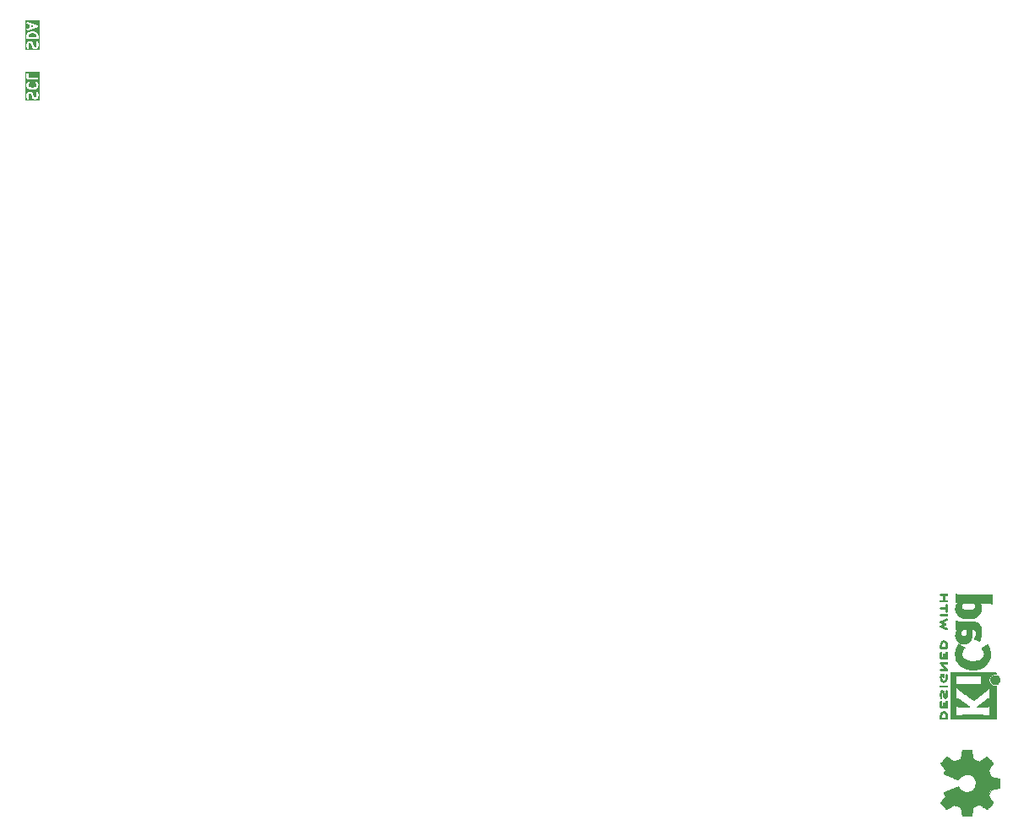
<source format=gbr>
%TF.GenerationSoftware,KiCad,Pcbnew,8.0.4-8.0.4-0~ubuntu22.04.1*%
%TF.CreationDate,2024-08-10T20:12:59+03:00*%
%TF.ProjectId,PM-CPU-RP,504d2d43-5055-42d5-9250-2e6b69636164,rev?*%
%TF.SameCoordinates,Original*%
%TF.FileFunction,Legend,Bot*%
%TF.FilePolarity,Positive*%
%FSLAX46Y46*%
G04 Gerber Fmt 4.6, Leading zero omitted, Abs format (unit mm)*
G04 Created by KiCad (PCBNEW 8.0.4-8.0.4-0~ubuntu22.04.1) date 2024-08-10 20:12:59*
%MOMM*%
%LPD*%
G01*
G04 APERTURE LIST*
%ADD10C,0.200000*%
%ADD11C,0.010000*%
%ADD12O,6.350000X6.350000*%
%ADD13R,1.700000X1.700000*%
%ADD14O,1.700000X1.700000*%
%ADD15C,6.000000*%
%ADD16C,3.200000*%
%ADD17R,3.500000X3.500000*%
%ADD18C,3.500000*%
G04 APERTURE END LIST*
D10*
G36*
X26944780Y-63284827D02*
G01*
X27015686Y-63320280D01*
X27082758Y-63387352D01*
X27117780Y-63492416D01*
X27117780Y-63614285D01*
X26317780Y-63614285D01*
X26317780Y-63492417D01*
X26352802Y-63387352D01*
X26419875Y-63320280D01*
X26490780Y-63284827D01*
X26658661Y-63242857D01*
X26776899Y-63242857D01*
X26944780Y-63284827D01*
G37*
G36*
X26901552Y-62523809D02*
G01*
X26603495Y-62623161D01*
X26603495Y-62424456D01*
X26901552Y-62523809D01*
G37*
G36*
X27428891Y-64925396D02*
G01*
X26006669Y-64925396D01*
X26006669Y-64333333D01*
X26117780Y-64333333D01*
X26117780Y-64571428D01*
X26118752Y-64581301D01*
X26118565Y-64583936D01*
X26119352Y-64587399D01*
X26119701Y-64590937D01*
X26120712Y-64593378D01*
X26122912Y-64603051D01*
X26170532Y-64745909D01*
X26178524Y-64763809D01*
X26204089Y-64793285D01*
X26238988Y-64810734D01*
X26277908Y-64813500D01*
X26314924Y-64801161D01*
X26344400Y-64775596D01*
X26361849Y-64740697D01*
X26364615Y-64701777D01*
X26360268Y-64682662D01*
X26317780Y-64555200D01*
X26317780Y-64356939D01*
X26347583Y-64297332D01*
X26372254Y-64272661D01*
X26431864Y-64242857D01*
X26479888Y-64242857D01*
X26539497Y-64272662D01*
X26564166Y-64297330D01*
X26599619Y-64368237D01*
X26644576Y-64548062D01*
X26645089Y-64549499D01*
X26645141Y-64550222D01*
X26648249Y-64558346D01*
X26651171Y-64566523D01*
X26651601Y-64567103D01*
X26652147Y-64568530D01*
X26699766Y-64663768D01*
X26705051Y-64672164D01*
X26706062Y-64674604D01*
X26708315Y-64677350D01*
X26710209Y-64680358D01*
X26712203Y-64682087D01*
X26718498Y-64689758D01*
X26766117Y-64737376D01*
X26773783Y-64743668D01*
X26775516Y-64745666D01*
X26778524Y-64747559D01*
X26781270Y-64749813D01*
X26783710Y-64750823D01*
X26792107Y-64756109D01*
X26887344Y-64803728D01*
X26905653Y-64810734D01*
X26909236Y-64810988D01*
X26912557Y-64812364D01*
X26932066Y-64814285D01*
X27027304Y-64814285D01*
X27046813Y-64812364D01*
X27050133Y-64810988D01*
X27053717Y-64810734D01*
X27072025Y-64803728D01*
X27167263Y-64756109D01*
X27175659Y-64750823D01*
X27178099Y-64749813D01*
X27180845Y-64747559D01*
X27183853Y-64745666D01*
X27185582Y-64743671D01*
X27193253Y-64737377D01*
X27240871Y-64689758D01*
X27247163Y-64682091D01*
X27249161Y-64680359D01*
X27251054Y-64677350D01*
X27253308Y-64674605D01*
X27254318Y-64672164D01*
X27259604Y-64663768D01*
X27307223Y-64568531D01*
X27314229Y-64550222D01*
X27314483Y-64546638D01*
X27315859Y-64543318D01*
X27317780Y-64523809D01*
X27317780Y-64285714D01*
X27316807Y-64275840D01*
X27316995Y-64273206D01*
X27316207Y-64269742D01*
X27315859Y-64266205D01*
X27314847Y-64263763D01*
X27312648Y-64254091D01*
X27265029Y-64111234D01*
X27257038Y-64093334D01*
X27231473Y-64063858D01*
X27196574Y-64046408D01*
X27157654Y-64043642D01*
X27120638Y-64055980D01*
X27091162Y-64081545D01*
X27073712Y-64116444D01*
X27070946Y-64155364D01*
X27075293Y-64174480D01*
X27117780Y-64301940D01*
X27117780Y-64500202D01*
X27087975Y-64559811D01*
X27063306Y-64584479D01*
X27003697Y-64614285D01*
X26955673Y-64614285D01*
X26896063Y-64584480D01*
X26871395Y-64559811D01*
X26835941Y-64488904D01*
X26790985Y-64309079D01*
X26790471Y-64307640D01*
X26790420Y-64306920D01*
X26787311Y-64298795D01*
X26784390Y-64290619D01*
X26783960Y-64290039D01*
X26783414Y-64288611D01*
X26735795Y-64193374D01*
X26730509Y-64184977D01*
X26729499Y-64182537D01*
X26727245Y-64179791D01*
X26725352Y-64176783D01*
X26723354Y-64175050D01*
X26717062Y-64167384D01*
X26669444Y-64119765D01*
X26661773Y-64113470D01*
X26660044Y-64111476D01*
X26657036Y-64109582D01*
X26654290Y-64107329D01*
X26651850Y-64106318D01*
X26643454Y-64101033D01*
X26548216Y-64053414D01*
X26529908Y-64046408D01*
X26526324Y-64046153D01*
X26523004Y-64044778D01*
X26503495Y-64042857D01*
X26408257Y-64042857D01*
X26388748Y-64044778D01*
X26385427Y-64046153D01*
X26381844Y-64046408D01*
X26363535Y-64053414D01*
X26268298Y-64101033D01*
X26259901Y-64106318D01*
X26257461Y-64107329D01*
X26254715Y-64109582D01*
X26251707Y-64111476D01*
X26249974Y-64113473D01*
X26242308Y-64119766D01*
X26194689Y-64167384D01*
X26188397Y-64175050D01*
X26186401Y-64176782D01*
X26184506Y-64179792D01*
X26182253Y-64182538D01*
X26181242Y-64184977D01*
X26175958Y-64193373D01*
X26128338Y-64288611D01*
X26121331Y-64306919D01*
X26121076Y-64310504D01*
X26119701Y-64313824D01*
X26117780Y-64333333D01*
X26006669Y-64333333D01*
X26006669Y-63476190D01*
X26117780Y-63476190D01*
X26117780Y-63714285D01*
X26119701Y-63733794D01*
X26134633Y-63769842D01*
X26162223Y-63797432D01*
X26198271Y-63812364D01*
X26217780Y-63814285D01*
X27217780Y-63814285D01*
X27237289Y-63812364D01*
X27273337Y-63797432D01*
X27300927Y-63769842D01*
X27315859Y-63733794D01*
X27317780Y-63714285D01*
X27317780Y-63476190D01*
X27316807Y-63466316D01*
X27316995Y-63463682D01*
X27316207Y-63460218D01*
X27315859Y-63456681D01*
X27314847Y-63454239D01*
X27312648Y-63444567D01*
X27265029Y-63301710D01*
X27257038Y-63283810D01*
X27254682Y-63281094D01*
X27253308Y-63277776D01*
X27240872Y-63262622D01*
X27145634Y-63167384D01*
X27137963Y-63161089D01*
X27136234Y-63159095D01*
X27133226Y-63157201D01*
X27130480Y-63154948D01*
X27128040Y-63153937D01*
X27119644Y-63148652D01*
X27024406Y-63101033D01*
X27022979Y-63100487D01*
X27022399Y-63100057D01*
X27014222Y-63097135D01*
X27006098Y-63094027D01*
X27005375Y-63093975D01*
X27003938Y-63093462D01*
X26813463Y-63045843D01*
X26810081Y-63045342D01*
X26808718Y-63044778D01*
X26801367Y-63044054D01*
X26794070Y-63042975D01*
X26792611Y-63043192D01*
X26789209Y-63042857D01*
X26646352Y-63042857D01*
X26642949Y-63043192D01*
X26641491Y-63042975D01*
X26634193Y-63044054D01*
X26626843Y-63044778D01*
X26625479Y-63045342D01*
X26622098Y-63045843D01*
X26431622Y-63093462D01*
X26430183Y-63093975D01*
X26429463Y-63094027D01*
X26421338Y-63097135D01*
X26413162Y-63100057D01*
X26412582Y-63100486D01*
X26411154Y-63101033D01*
X26315917Y-63148652D01*
X26307518Y-63153938D01*
X26305081Y-63154948D01*
X26302337Y-63157199D01*
X26299326Y-63159095D01*
X26297593Y-63161092D01*
X26289927Y-63167384D01*
X26194689Y-63262622D01*
X26182253Y-63277776D01*
X26180878Y-63281094D01*
X26178524Y-63283809D01*
X26170532Y-63301709D01*
X26122912Y-63444567D01*
X26120712Y-63454239D01*
X26119701Y-63456681D01*
X26119352Y-63460218D01*
X26118565Y-63463682D01*
X26118752Y-63466316D01*
X26117780Y-63476190D01*
X26006669Y-63476190D01*
X26006669Y-62177969D01*
X26118565Y-62177969D01*
X26121331Y-62216889D01*
X26138781Y-62251788D01*
X26168257Y-62277353D01*
X26186157Y-62285344D01*
X26403495Y-62357789D01*
X26403495Y-62689828D01*
X26186157Y-62762274D01*
X26168257Y-62770265D01*
X26138781Y-62795830D01*
X26121331Y-62830729D01*
X26118565Y-62869649D01*
X26130903Y-62906665D01*
X26156468Y-62936141D01*
X26191367Y-62953591D01*
X26230287Y-62956357D01*
X26249403Y-62952010D01*
X27249402Y-62618677D01*
X27267303Y-62610686D01*
X27272704Y-62606001D01*
X27279091Y-62602808D01*
X27287303Y-62593339D01*
X27296779Y-62585121D01*
X27299974Y-62578729D01*
X27304656Y-62573332D01*
X27308622Y-62561434D01*
X27314228Y-62550222D01*
X27314734Y-62543097D01*
X27316995Y-62536316D01*
X27316105Y-62523809D01*
X27316995Y-62511302D01*
X27314734Y-62504520D01*
X27314228Y-62497396D01*
X27308622Y-62486183D01*
X27304656Y-62474286D01*
X27299974Y-62468888D01*
X27296779Y-62462497D01*
X27287303Y-62454278D01*
X27279091Y-62444810D01*
X27272704Y-62441616D01*
X27267303Y-62436932D01*
X27249402Y-62428941D01*
X26249403Y-62095608D01*
X26230287Y-62091261D01*
X26191367Y-62094027D01*
X26156468Y-62111477D01*
X26130903Y-62140953D01*
X26118565Y-62177969D01*
X26006669Y-62177969D01*
X26006669Y-61980150D01*
X27428891Y-61980150D01*
X27428891Y-64925396D01*
G37*
G36*
X27428891Y-69981586D02*
G01*
X26006669Y-69981586D01*
X26006669Y-69389523D01*
X26117780Y-69389523D01*
X26117780Y-69627618D01*
X26118752Y-69637491D01*
X26118565Y-69640126D01*
X26119352Y-69643589D01*
X26119701Y-69647127D01*
X26120712Y-69649568D01*
X26122912Y-69659241D01*
X26170532Y-69802099D01*
X26178524Y-69819999D01*
X26204089Y-69849475D01*
X26238988Y-69866924D01*
X26277908Y-69869690D01*
X26314924Y-69857351D01*
X26344400Y-69831786D01*
X26361849Y-69796887D01*
X26364615Y-69757967D01*
X26360268Y-69738852D01*
X26317780Y-69611390D01*
X26317780Y-69413129D01*
X26347583Y-69353522D01*
X26372254Y-69328851D01*
X26431864Y-69299047D01*
X26479888Y-69299047D01*
X26539497Y-69328852D01*
X26564166Y-69353520D01*
X26599619Y-69424427D01*
X26644576Y-69604252D01*
X26645089Y-69605689D01*
X26645141Y-69606412D01*
X26648249Y-69614536D01*
X26651171Y-69622713D01*
X26651601Y-69623293D01*
X26652147Y-69624720D01*
X26699766Y-69719958D01*
X26705051Y-69728354D01*
X26706062Y-69730794D01*
X26708315Y-69733540D01*
X26710209Y-69736548D01*
X26712203Y-69738277D01*
X26718498Y-69745948D01*
X26766117Y-69793566D01*
X26773783Y-69799858D01*
X26775516Y-69801856D01*
X26778524Y-69803749D01*
X26781270Y-69806003D01*
X26783710Y-69807013D01*
X26792107Y-69812299D01*
X26887344Y-69859918D01*
X26905653Y-69866924D01*
X26909236Y-69867178D01*
X26912557Y-69868554D01*
X26932066Y-69870475D01*
X27027304Y-69870475D01*
X27046813Y-69868554D01*
X27050133Y-69867178D01*
X27053717Y-69866924D01*
X27072025Y-69859918D01*
X27167263Y-69812299D01*
X27175659Y-69807013D01*
X27178099Y-69806003D01*
X27180845Y-69803749D01*
X27183853Y-69801856D01*
X27185582Y-69799861D01*
X27193253Y-69793567D01*
X27240871Y-69745948D01*
X27247163Y-69738281D01*
X27249161Y-69736549D01*
X27251054Y-69733540D01*
X27253308Y-69730795D01*
X27254318Y-69728354D01*
X27259604Y-69719958D01*
X27307223Y-69624721D01*
X27314229Y-69606412D01*
X27314483Y-69602828D01*
X27315859Y-69599508D01*
X27317780Y-69579999D01*
X27317780Y-69341904D01*
X27316807Y-69332030D01*
X27316995Y-69329396D01*
X27316207Y-69325932D01*
X27315859Y-69322395D01*
X27314847Y-69319953D01*
X27312648Y-69310281D01*
X27265029Y-69167424D01*
X27257038Y-69149524D01*
X27231473Y-69120048D01*
X27196574Y-69102598D01*
X27157654Y-69099832D01*
X27120638Y-69112170D01*
X27091162Y-69137735D01*
X27073712Y-69172634D01*
X27070946Y-69211554D01*
X27075293Y-69230670D01*
X27117780Y-69358130D01*
X27117780Y-69556392D01*
X27087975Y-69616001D01*
X27063306Y-69640669D01*
X27003697Y-69670475D01*
X26955673Y-69670475D01*
X26896063Y-69640670D01*
X26871395Y-69616001D01*
X26835941Y-69545094D01*
X26790985Y-69365269D01*
X26790471Y-69363830D01*
X26790420Y-69363110D01*
X26787311Y-69354985D01*
X26784390Y-69346809D01*
X26783960Y-69346229D01*
X26783414Y-69344801D01*
X26735795Y-69249564D01*
X26730509Y-69241167D01*
X26729499Y-69238727D01*
X26727245Y-69235981D01*
X26725352Y-69232973D01*
X26723354Y-69231240D01*
X26717062Y-69223574D01*
X26669444Y-69175955D01*
X26661773Y-69169660D01*
X26660044Y-69167666D01*
X26657036Y-69165772D01*
X26654290Y-69163519D01*
X26651850Y-69162508D01*
X26643454Y-69157223D01*
X26548216Y-69109604D01*
X26529908Y-69102598D01*
X26526324Y-69102343D01*
X26523004Y-69100968D01*
X26503495Y-69099047D01*
X26408257Y-69099047D01*
X26388748Y-69100968D01*
X26385427Y-69102343D01*
X26381844Y-69102598D01*
X26363535Y-69109604D01*
X26268298Y-69157223D01*
X26259901Y-69162508D01*
X26257461Y-69163519D01*
X26254715Y-69165772D01*
X26251707Y-69167666D01*
X26249974Y-69169663D01*
X26242308Y-69175956D01*
X26194689Y-69223574D01*
X26188397Y-69231240D01*
X26186401Y-69232972D01*
X26184506Y-69235982D01*
X26182253Y-69238728D01*
X26181242Y-69241167D01*
X26175958Y-69249563D01*
X26128338Y-69344801D01*
X26121331Y-69363109D01*
X26121076Y-69366694D01*
X26119701Y-69370014D01*
X26117780Y-69389523D01*
X26006669Y-69389523D01*
X26006669Y-68389523D01*
X26117780Y-68389523D01*
X26117780Y-68484761D01*
X26118752Y-68494634D01*
X26118565Y-68497269D01*
X26119352Y-68500732D01*
X26119701Y-68504270D01*
X26120712Y-68506711D01*
X26122912Y-68516384D01*
X26170532Y-68659242D01*
X26178524Y-68677142D01*
X26180878Y-68679856D01*
X26182253Y-68683175D01*
X26194689Y-68698329D01*
X26289927Y-68793567D01*
X26297593Y-68799858D01*
X26299326Y-68801856D01*
X26302337Y-68803751D01*
X26305081Y-68806003D01*
X26307518Y-68807012D01*
X26315917Y-68812299D01*
X26411154Y-68859918D01*
X26412582Y-68860464D01*
X26413162Y-68860894D01*
X26421338Y-68863815D01*
X26429463Y-68866924D01*
X26430183Y-68866975D01*
X26431622Y-68867489D01*
X26622098Y-68915108D01*
X26625479Y-68915608D01*
X26626843Y-68916173D01*
X26634193Y-68916896D01*
X26641491Y-68917976D01*
X26642949Y-68917758D01*
X26646352Y-68918094D01*
X26789209Y-68918094D01*
X26792611Y-68917758D01*
X26794070Y-68917976D01*
X26801367Y-68916896D01*
X26808718Y-68916173D01*
X26810081Y-68915608D01*
X26813463Y-68915108D01*
X27003938Y-68867489D01*
X27005375Y-68866975D01*
X27006098Y-68866924D01*
X27014222Y-68863815D01*
X27022399Y-68860894D01*
X27022979Y-68860463D01*
X27024406Y-68859918D01*
X27119644Y-68812299D01*
X27128040Y-68807013D01*
X27130480Y-68806003D01*
X27133226Y-68803749D01*
X27136234Y-68801856D01*
X27137963Y-68799861D01*
X27145634Y-68793567D01*
X27240872Y-68698329D01*
X27253308Y-68683175D01*
X27254682Y-68679856D01*
X27257038Y-68677141D01*
X27265029Y-68659241D01*
X27312648Y-68516384D01*
X27314847Y-68506711D01*
X27315859Y-68504270D01*
X27316207Y-68500732D01*
X27316995Y-68497269D01*
X27316807Y-68494634D01*
X27317780Y-68484761D01*
X27317780Y-68389523D01*
X27316807Y-68379649D01*
X27316995Y-68377015D01*
X27316207Y-68373551D01*
X27315859Y-68370014D01*
X27314847Y-68367572D01*
X27312648Y-68357900D01*
X27265029Y-68215043D01*
X27257038Y-68197143D01*
X27254682Y-68194427D01*
X27253308Y-68191108D01*
X27240871Y-68175955D01*
X27193253Y-68128336D01*
X27178099Y-68115900D01*
X27142051Y-68100968D01*
X27103033Y-68100968D01*
X27066985Y-68115900D01*
X27039395Y-68143490D01*
X27024463Y-68179538D01*
X27024463Y-68218556D01*
X27039395Y-68254604D01*
X27051831Y-68269758D01*
X27082758Y-68300684D01*
X27117780Y-68405749D01*
X27117780Y-68468534D01*
X27082758Y-68573598D01*
X27015686Y-68640670D01*
X26944780Y-68676123D01*
X26776899Y-68718094D01*
X26658661Y-68718094D01*
X26490780Y-68676123D01*
X26419875Y-68640671D01*
X26352802Y-68573598D01*
X26317780Y-68468533D01*
X26317780Y-68405750D01*
X26352802Y-68300685D01*
X26383729Y-68269758D01*
X26396166Y-68254605D01*
X26411097Y-68218556D01*
X26411097Y-68179538D01*
X26396166Y-68143490D01*
X26368576Y-68115900D01*
X26332528Y-68100969D01*
X26293510Y-68100969D01*
X26257461Y-68115900D01*
X26242308Y-68128337D01*
X26194689Y-68175955D01*
X26182253Y-68191109D01*
X26180878Y-68194427D01*
X26178524Y-68197142D01*
X26170532Y-68215042D01*
X26122912Y-68357900D01*
X26120712Y-68367572D01*
X26119701Y-68370014D01*
X26119352Y-68373551D01*
X26118565Y-68377015D01*
X26118752Y-68379649D01*
X26117780Y-68389523D01*
X26006669Y-68389523D01*
X26006669Y-67294285D01*
X26117780Y-67294285D01*
X26117780Y-67770475D01*
X26119701Y-67789984D01*
X26134633Y-67826032D01*
X26162223Y-67853622D01*
X26198271Y-67868554D01*
X26217780Y-67870475D01*
X27217780Y-67870475D01*
X27237289Y-67868554D01*
X27273337Y-67853622D01*
X27300927Y-67826032D01*
X27315859Y-67789984D01*
X27315859Y-67750966D01*
X27300927Y-67714918D01*
X27273337Y-67687328D01*
X27237289Y-67672396D01*
X27217780Y-67670475D01*
X26317780Y-67670475D01*
X26317780Y-67294285D01*
X26315859Y-67274776D01*
X26300927Y-67238728D01*
X26273337Y-67211138D01*
X26237289Y-67196206D01*
X26198271Y-67196206D01*
X26162223Y-67211138D01*
X26134633Y-67238728D01*
X26119701Y-67274776D01*
X26117780Y-67294285D01*
X26006669Y-67294285D01*
X26006669Y-67085095D01*
X27428891Y-67085095D01*
X27428891Y-69981586D01*
G37*
D11*
%TO.C,kicad_logo*%
X118359353Y-121517673D02*
X118374123Y-121541386D01*
X118380933Y-121564400D01*
X118375051Y-121585406D01*
X118359353Y-121611127D01*
X118337773Y-121637778D01*
X117690316Y-121637778D01*
X117668736Y-121611127D01*
X117651261Y-121579767D01*
X117650425Y-121543966D01*
X117670918Y-121512528D01*
X117675584Y-121508652D01*
X117685051Y-121503186D01*
X117698733Y-121498979D01*
X117719252Y-121495867D01*
X117749232Y-121493687D01*
X117791296Y-121492276D01*
X117848068Y-121491471D01*
X117922170Y-121491107D01*
X118016227Y-121491022D01*
X118337773Y-121491022D01*
X118359353Y-121517673D01*
G36*
X118359353Y-121517673D02*
G01*
X118374123Y-121541386D01*
X118380933Y-121564400D01*
X118375051Y-121585406D01*
X118359353Y-121611127D01*
X118337773Y-121637778D01*
X117690316Y-121637778D01*
X117668736Y-121611127D01*
X117651261Y-121579767D01*
X117650425Y-121543966D01*
X117670918Y-121512528D01*
X117675584Y-121508652D01*
X117685051Y-121503186D01*
X117698733Y-121498979D01*
X117719252Y-121495867D01*
X117749232Y-121493687D01*
X117791296Y-121492276D01*
X117848068Y-121491471D01*
X117922170Y-121491107D01*
X118016227Y-121491022D01*
X118337773Y-121491022D01*
X118359353Y-121517673D01*
G37*
X118089706Y-128631284D02*
X118167615Y-128631539D01*
X118227625Y-128632183D01*
X118272352Y-128633387D01*
X118304415Y-128635324D01*
X118326429Y-128638164D01*
X118341013Y-128642079D01*
X118350782Y-128647242D01*
X118358355Y-128653822D01*
X118377377Y-128683006D01*
X118376537Y-128716137D01*
X118353224Y-128750291D01*
X118325515Y-128778000D01*
X118012463Y-128778000D01*
X117928433Y-128777959D01*
X117854211Y-128777701D01*
X117797459Y-128777030D01*
X117755488Y-128775752D01*
X117725611Y-128773673D01*
X117705139Y-128770599D01*
X117691386Y-128766334D01*
X117681663Y-128760684D01*
X117673283Y-128753455D01*
X117651819Y-128721991D01*
X117650053Y-128686826D01*
X117669733Y-128653822D01*
X117675602Y-128648516D01*
X117684686Y-128643066D01*
X117698027Y-128638900D01*
X117718243Y-128635846D01*
X117747951Y-128633732D01*
X117789768Y-128632386D01*
X117846311Y-128631638D01*
X117920198Y-128631314D01*
X118014044Y-128631245D01*
X118089706Y-128631284D01*
G36*
X118089706Y-128631284D02*
G01*
X118167615Y-128631539D01*
X118227625Y-128632183D01*
X118272352Y-128633387D01*
X118304415Y-128635324D01*
X118326429Y-128638164D01*
X118341013Y-128642079D01*
X118350782Y-128647242D01*
X118358355Y-128653822D01*
X118377377Y-128683006D01*
X118376537Y-128716137D01*
X118353224Y-128750291D01*
X118325515Y-128778000D01*
X118012463Y-128778000D01*
X117928433Y-128777959D01*
X117854211Y-128777701D01*
X117797459Y-128777030D01*
X117755488Y-128775752D01*
X117725611Y-128773673D01*
X117705139Y-128770599D01*
X117691386Y-128766334D01*
X117681663Y-128760684D01*
X117673283Y-128753455D01*
X117651819Y-128721991D01*
X117650053Y-128686826D01*
X117669733Y-128653822D01*
X117675602Y-128648516D01*
X117684686Y-128643066D01*
X117698027Y-128638900D01*
X117718243Y-128635846D01*
X117747951Y-128633732D01*
X117789768Y-128632386D01*
X117846311Y-128631638D01*
X117920198Y-128631314D01*
X118014044Y-128631245D01*
X118089706Y-128631284D01*
G37*
X123236470Y-127613136D02*
X123332780Y-127639399D01*
X123421506Y-127684418D01*
X123496581Y-127745373D01*
X123556359Y-127820184D01*
X123599191Y-127906768D01*
X123623429Y-128003043D01*
X123627424Y-128106928D01*
X123617150Y-128184562D01*
X123589947Y-128267313D01*
X123544516Y-128342406D01*
X123478698Y-128414298D01*
X123434433Y-128452846D01*
X123376039Y-128492256D01*
X123315414Y-128517446D01*
X123246135Y-128530861D01*
X123161778Y-128534948D01*
X123115693Y-128534669D01*
X123074550Y-128532460D01*
X123042418Y-128526894D01*
X123011878Y-128516586D01*
X122975511Y-128500148D01*
X122948272Y-128486200D01*
X122862571Y-128427665D01*
X122793383Y-128355619D01*
X122742259Y-128271947D01*
X122710750Y-128178531D01*
X122703775Y-128145434D01*
X122696906Y-128104960D01*
X122695081Y-128071999D01*
X122698053Y-128037698D01*
X122705574Y-127993200D01*
X122717998Y-127941934D01*
X122755888Y-127851434D01*
X122810164Y-127772345D01*
X122878230Y-127706528D01*
X122957489Y-127655840D01*
X123045346Y-127622140D01*
X123139205Y-127607286D01*
X123236470Y-127613136D01*
G36*
X123236470Y-127613136D02*
G01*
X123332780Y-127639399D01*
X123421506Y-127684418D01*
X123496581Y-127745373D01*
X123556359Y-127820184D01*
X123599191Y-127906768D01*
X123623429Y-128003043D01*
X123627424Y-128106928D01*
X123617150Y-128184562D01*
X123589947Y-128267313D01*
X123544516Y-128342406D01*
X123478698Y-128414298D01*
X123434433Y-128452846D01*
X123376039Y-128492256D01*
X123315414Y-128517446D01*
X123246135Y-128530861D01*
X123161778Y-128534948D01*
X123115693Y-128534669D01*
X123074550Y-128532460D01*
X123042418Y-128526894D01*
X123011878Y-128516586D01*
X122975511Y-128500148D01*
X122948272Y-128486200D01*
X122862571Y-128427665D01*
X122793383Y-128355619D01*
X122742259Y-128271947D01*
X122710750Y-128178531D01*
X122703775Y-128145434D01*
X122696906Y-128104960D01*
X122695081Y-128071999D01*
X122698053Y-128037698D01*
X122705574Y-127993200D01*
X122717998Y-127941934D01*
X122755888Y-127851434D01*
X122810164Y-127772345D01*
X122878230Y-127706528D01*
X122957489Y-127655840D01*
X123045346Y-127622140D01*
X123139205Y-127607286D01*
X123236470Y-127613136D01*
G37*
X118328642Y-120468543D02*
X118361178Y-120494187D01*
X118364895Y-120499129D01*
X118369731Y-120509338D01*
X118373494Y-120524764D01*
X118376317Y-120547886D01*
X118378330Y-120581183D01*
X118379667Y-120627137D01*
X118380458Y-120688228D01*
X118380837Y-120766935D01*
X118380933Y-120865740D01*
X118380932Y-120885767D01*
X118380842Y-120979890D01*
X118380502Y-121054405D01*
X118379761Y-121111811D01*
X118378465Y-121154611D01*
X118376463Y-121185304D01*
X118373604Y-121206391D01*
X118369734Y-121220373D01*
X118364702Y-121229750D01*
X118358355Y-121237022D01*
X118325638Y-121255828D01*
X118288061Y-121257275D01*
X118254822Y-121240917D01*
X118253369Y-121239557D01*
X118245008Y-121228354D01*
X118239453Y-121211252D01*
X118236160Y-121184082D01*
X118234582Y-121142678D01*
X118234178Y-121082873D01*
X118234178Y-120943511D01*
X117970411Y-120943511D01*
X117894583Y-120943436D01*
X117827917Y-120943028D01*
X117778133Y-120942046D01*
X117742216Y-120940250D01*
X117717150Y-120937399D01*
X117699919Y-120933253D01*
X117687508Y-120927571D01*
X117676900Y-120920114D01*
X117674094Y-120917824D01*
X117651452Y-120886646D01*
X117649888Y-120852266D01*
X117669733Y-120819334D01*
X117677809Y-120812355D01*
X117688407Y-120806883D01*
X117704251Y-120802863D01*
X117728227Y-120800072D01*
X117763226Y-120798288D01*
X117812136Y-120797289D01*
X117877846Y-120796852D01*
X117963244Y-120796756D01*
X118234178Y-120796756D01*
X118234178Y-120650820D01*
X118234179Y-120639720D01*
X118234404Y-120583202D01*
X118235543Y-120544358D01*
X118238343Y-120518965D01*
X118243550Y-120502804D01*
X118251911Y-120491652D01*
X118264174Y-120481289D01*
X118294862Y-120465441D01*
X118328642Y-120468543D01*
G36*
X118328642Y-120468543D02*
G01*
X118361178Y-120494187D01*
X118364895Y-120499129D01*
X118369731Y-120509338D01*
X118373494Y-120524764D01*
X118376317Y-120547886D01*
X118378330Y-120581183D01*
X118379667Y-120627137D01*
X118380458Y-120688228D01*
X118380837Y-120766935D01*
X118380933Y-120865740D01*
X118380932Y-120885767D01*
X118380842Y-120979890D01*
X118380502Y-121054405D01*
X118379761Y-121111811D01*
X118378465Y-121154611D01*
X118376463Y-121185304D01*
X118373604Y-121206391D01*
X118369734Y-121220373D01*
X118364702Y-121229750D01*
X118358355Y-121237022D01*
X118325638Y-121255828D01*
X118288061Y-121257275D01*
X118254822Y-121240917D01*
X118253369Y-121239557D01*
X118245008Y-121228354D01*
X118239453Y-121211252D01*
X118236160Y-121184082D01*
X118234582Y-121142678D01*
X118234178Y-121082873D01*
X118234178Y-120943511D01*
X117970411Y-120943511D01*
X117894583Y-120943436D01*
X117827917Y-120943028D01*
X117778133Y-120942046D01*
X117742216Y-120940250D01*
X117717150Y-120937399D01*
X117699919Y-120933253D01*
X117687508Y-120927571D01*
X117676900Y-120920114D01*
X117674094Y-120917824D01*
X117651452Y-120886646D01*
X117649888Y-120852266D01*
X117669733Y-120819334D01*
X117677809Y-120812355D01*
X117688407Y-120806883D01*
X117704251Y-120802863D01*
X117728227Y-120800072D01*
X117763226Y-120798288D01*
X117812136Y-120797289D01*
X117877846Y-120796852D01*
X117963244Y-120796756D01*
X118234178Y-120796756D01*
X118234178Y-120650820D01*
X118234179Y-120639720D01*
X118234404Y-120583202D01*
X118235543Y-120544358D01*
X118238343Y-120518965D01*
X118243550Y-120502804D01*
X118251911Y-120491652D01*
X118264174Y-120481289D01*
X118294862Y-120465441D01*
X118328642Y-120468543D01*
G37*
X118353224Y-119469798D02*
X118375467Y-119501177D01*
X118378156Y-119534406D01*
X118358355Y-119566267D01*
X118348585Y-119574553D01*
X118332693Y-119581965D01*
X118308725Y-119586302D01*
X118271852Y-119588338D01*
X118217244Y-119588845D01*
X118098711Y-119588845D01*
X118098711Y-120085556D01*
X118214224Y-120085556D01*
X118265922Y-120085994D01*
X118300446Y-120087958D01*
X118323022Y-120092474D01*
X118338874Y-120100567D01*
X118353224Y-120113265D01*
X118375467Y-120144643D01*
X118378156Y-120177872D01*
X118358355Y-120209734D01*
X118352165Y-120215366D01*
X118343959Y-120220456D01*
X118332183Y-120224543D01*
X118314724Y-120227721D01*
X118289470Y-120230087D01*
X118254310Y-120231738D01*
X118207131Y-120232769D01*
X118145823Y-120233277D01*
X118068273Y-120233359D01*
X117972369Y-120233109D01*
X117856000Y-120232625D01*
X117841825Y-120232557D01*
X117780063Y-120231971D01*
X117736380Y-120230648D01*
X117706999Y-120228103D01*
X117688145Y-120223848D01*
X117676041Y-120217396D01*
X117666911Y-120208262D01*
X117649494Y-120174804D01*
X117652396Y-120139856D01*
X117676900Y-120108953D01*
X117690103Y-120099944D01*
X117708639Y-120092492D01*
X117734667Y-120088124D01*
X117773213Y-120086069D01*
X117829300Y-120085556D01*
X117951955Y-120085556D01*
X117951955Y-119588845D01*
X117817129Y-119588845D01*
X117781338Y-119588772D01*
X117735008Y-119588009D01*
X117704474Y-119585833D01*
X117685443Y-119581536D01*
X117673626Y-119574412D01*
X117664729Y-119563755D01*
X117649659Y-119531504D01*
X117652327Y-119496217D01*
X117676900Y-119465486D01*
X117683155Y-119460831D01*
X117693679Y-119454895D01*
X117707609Y-119450364D01*
X117727683Y-119447048D01*
X117756640Y-119444759D01*
X117797220Y-119443308D01*
X117852160Y-119442505D01*
X117924201Y-119442162D01*
X118016080Y-119442089D01*
X118325515Y-119442089D01*
X118353224Y-119469798D01*
G36*
X118353224Y-119469798D02*
G01*
X118375467Y-119501177D01*
X118378156Y-119534406D01*
X118358355Y-119566267D01*
X118348585Y-119574553D01*
X118332693Y-119581965D01*
X118308725Y-119586302D01*
X118271852Y-119588338D01*
X118217244Y-119588845D01*
X118098711Y-119588845D01*
X118098711Y-120085556D01*
X118214224Y-120085556D01*
X118265922Y-120085994D01*
X118300446Y-120087958D01*
X118323022Y-120092474D01*
X118338874Y-120100567D01*
X118353224Y-120113265D01*
X118375467Y-120144643D01*
X118378156Y-120177872D01*
X118358355Y-120209734D01*
X118352165Y-120215366D01*
X118343959Y-120220456D01*
X118332183Y-120224543D01*
X118314724Y-120227721D01*
X118289470Y-120230087D01*
X118254310Y-120231738D01*
X118207131Y-120232769D01*
X118145823Y-120233277D01*
X118068273Y-120233359D01*
X117972369Y-120233109D01*
X117856000Y-120232625D01*
X117841825Y-120232557D01*
X117780063Y-120231971D01*
X117736380Y-120230648D01*
X117706999Y-120228103D01*
X117688145Y-120223848D01*
X117676041Y-120217396D01*
X117666911Y-120208262D01*
X117649494Y-120174804D01*
X117652396Y-120139856D01*
X117676900Y-120108953D01*
X117690103Y-120099944D01*
X117708639Y-120092492D01*
X117734667Y-120088124D01*
X117773213Y-120086069D01*
X117829300Y-120085556D01*
X117951955Y-120085556D01*
X117951955Y-119588845D01*
X117817129Y-119588845D01*
X117781338Y-119588772D01*
X117735008Y-119588009D01*
X117704474Y-119585833D01*
X117685443Y-119581536D01*
X117673626Y-119574412D01*
X117664729Y-119563755D01*
X117649659Y-119531504D01*
X117652327Y-119496217D01*
X117676900Y-119465486D01*
X117683155Y-119460831D01*
X117693679Y-119454895D01*
X117707609Y-119450364D01*
X117727683Y-119447048D01*
X117756640Y-119444759D01*
X117797220Y-119443308D01*
X117852160Y-119442505D01*
X117924201Y-119442162D01*
X118016080Y-119442089D01*
X118325515Y-119442089D01*
X118353224Y-119469798D01*
G37*
X118072517Y-124125399D02*
X118134649Y-124149541D01*
X118136342Y-124150337D01*
X118205764Y-124190788D01*
X118262362Y-124241473D01*
X118306930Y-124304198D01*
X118340259Y-124380774D01*
X118363139Y-124473009D01*
X118376364Y-124582712D01*
X118380725Y-124711691D01*
X118380730Y-124715263D01*
X118380590Y-124775283D01*
X118379554Y-124817214D01*
X118376960Y-124845328D01*
X118372147Y-124863897D01*
X118364456Y-124877194D01*
X118353224Y-124889491D01*
X118325515Y-124917200D01*
X118016080Y-124917200D01*
X117954474Y-124917175D01*
X117875689Y-124916950D01*
X117814979Y-124916332D01*
X117793911Y-124915775D01*
X117769604Y-124915133D01*
X117736825Y-124913163D01*
X117713905Y-124910235D01*
X117698103Y-124906158D01*
X117686681Y-124900743D01*
X117676900Y-124893803D01*
X117647155Y-124870406D01*
X117647749Y-124704714D01*
X117648047Y-124669918D01*
X117648209Y-124665274D01*
X117793911Y-124665274D01*
X117793911Y-124759156D01*
X118234178Y-124759156D01*
X118233730Y-124671667D01*
X118231254Y-124604747D01*
X118220002Y-124512349D01*
X118200463Y-124433034D01*
X118173489Y-124371060D01*
X118152760Y-124340120D01*
X118122994Y-124312000D01*
X118080566Y-124288660D01*
X118064600Y-124281533D01*
X118032098Y-124269709D01*
X118007667Y-124267279D01*
X117982939Y-124272892D01*
X117967061Y-124278618D01*
X117907153Y-124311548D01*
X117861400Y-124358886D01*
X117828264Y-124422652D01*
X117806210Y-124504861D01*
X117805708Y-124507655D01*
X117799745Y-124553940D01*
X117795517Y-124610336D01*
X117793911Y-124665274D01*
X117648209Y-124665274D01*
X117651478Y-124571435D01*
X117659161Y-124490473D01*
X117671718Y-124423379D01*
X117689773Y-124366496D01*
X117713948Y-124316169D01*
X117715865Y-124312810D01*
X117752583Y-124254998D01*
X117789549Y-124212644D01*
X117833034Y-124179828D01*
X117889311Y-124150628D01*
X117898927Y-124146346D01*
X117962113Y-124123769D01*
X118017491Y-124116797D01*
X118072517Y-124125399D01*
G36*
X118072517Y-124125399D02*
G01*
X118134649Y-124149541D01*
X118136342Y-124150337D01*
X118205764Y-124190788D01*
X118262362Y-124241473D01*
X118306930Y-124304198D01*
X118340259Y-124380774D01*
X118363139Y-124473009D01*
X118376364Y-124582712D01*
X118380725Y-124711691D01*
X118380730Y-124715263D01*
X118380590Y-124775283D01*
X118379554Y-124817214D01*
X118376960Y-124845328D01*
X118372147Y-124863897D01*
X118364456Y-124877194D01*
X118353224Y-124889491D01*
X118325515Y-124917200D01*
X118016080Y-124917200D01*
X117954474Y-124917175D01*
X117875689Y-124916950D01*
X117814979Y-124916332D01*
X117793911Y-124915775D01*
X117769604Y-124915133D01*
X117736825Y-124913163D01*
X117713905Y-124910235D01*
X117698103Y-124906158D01*
X117686681Y-124900743D01*
X117676900Y-124893803D01*
X117647155Y-124870406D01*
X117647749Y-124704714D01*
X117648047Y-124669918D01*
X117648209Y-124665274D01*
X117793911Y-124665274D01*
X117793911Y-124759156D01*
X118234178Y-124759156D01*
X118233730Y-124671667D01*
X118231254Y-124604747D01*
X118220002Y-124512349D01*
X118200463Y-124433034D01*
X118173489Y-124371060D01*
X118152760Y-124340120D01*
X118122994Y-124312000D01*
X118080566Y-124288660D01*
X118064600Y-124281533D01*
X118032098Y-124269709D01*
X118007667Y-124267279D01*
X117982939Y-124272892D01*
X117967061Y-124278618D01*
X117907153Y-124311548D01*
X117861400Y-124358886D01*
X117828264Y-124422652D01*
X117806210Y-124504861D01*
X117805708Y-124507655D01*
X117799745Y-124553940D01*
X117795517Y-124610336D01*
X117793911Y-124665274D01*
X117648209Y-124665274D01*
X117651478Y-124571435D01*
X117659161Y-124490473D01*
X117671718Y-124423379D01*
X117689773Y-124366496D01*
X117713948Y-124316169D01*
X117715865Y-124312810D01*
X117752583Y-124254998D01*
X117789549Y-124212644D01*
X117833034Y-124179828D01*
X117889311Y-124150628D01*
X117898927Y-124146346D01*
X117962113Y-124123769D01*
X118017491Y-124116797D01*
X118072517Y-124125399D01*
G37*
X118035261Y-131217679D02*
X118092677Y-131229991D01*
X118152587Y-131252520D01*
X118206637Y-131281750D01*
X118246468Y-131314167D01*
X118263490Y-131333708D01*
X118302678Y-131388420D01*
X118332807Y-131448723D01*
X118354768Y-131517919D01*
X118369450Y-131599311D01*
X118377741Y-131696200D01*
X118380533Y-131811889D01*
X118380934Y-131851371D01*
X118381347Y-131897082D01*
X118379543Y-131932883D01*
X118373261Y-131959974D01*
X118360241Y-131979556D01*
X118338222Y-131992830D01*
X118304945Y-132000998D01*
X118258149Y-132005260D01*
X118234178Y-132005857D01*
X118195573Y-132006817D01*
X118114959Y-132006870D01*
X118014044Y-132006622D01*
X117938383Y-132006583D01*
X117860474Y-132006328D01*
X117800464Y-132005684D01*
X117755736Y-132004480D01*
X117723674Y-132002543D01*
X117701660Y-131999703D01*
X117687076Y-131995788D01*
X117677306Y-131990626D01*
X117669733Y-131984045D01*
X117663499Y-131977077D01*
X117656199Y-131964079D01*
X117651446Y-131944931D01*
X117648708Y-131915528D01*
X117647455Y-131871762D01*
X117647398Y-131859867D01*
X117793911Y-131859867D01*
X118234178Y-131859867D01*
X118234192Y-131783667D01*
X118234183Y-131780639D01*
X118232218Y-131729519D01*
X118227493Y-131669416D01*
X118220965Y-131612708D01*
X118211669Y-131562750D01*
X118185400Y-131487998D01*
X118146101Y-131430489D01*
X118093067Y-131388988D01*
X118041800Y-131367771D01*
X117993974Y-131366353D01*
X117943039Y-131384635D01*
X117897122Y-131414305D01*
X117854713Y-131461002D01*
X117824910Y-131522392D01*
X117805774Y-131601538D01*
X117805536Y-131603028D01*
X117799744Y-131651999D01*
X117795604Y-131710693D01*
X117793996Y-131766734D01*
X117793911Y-131859867D01*
X117647398Y-131859867D01*
X117647155Y-131809528D01*
X117647531Y-131760582D01*
X117651959Y-131653722D01*
X117662047Y-131564494D01*
X117678635Y-131489696D01*
X117702565Y-131426125D01*
X117734679Y-131370579D01*
X117775818Y-131319854D01*
X117781670Y-131313866D01*
X117830179Y-131276999D01*
X117890987Y-131245899D01*
X117955231Y-131224417D01*
X118014044Y-131216400D01*
X118035261Y-131217679D01*
G36*
X118035261Y-131217679D02*
G01*
X118092677Y-131229991D01*
X118152587Y-131252520D01*
X118206637Y-131281750D01*
X118246468Y-131314167D01*
X118263490Y-131333708D01*
X118302678Y-131388420D01*
X118332807Y-131448723D01*
X118354768Y-131517919D01*
X118369450Y-131599311D01*
X118377741Y-131696200D01*
X118380533Y-131811889D01*
X118380934Y-131851371D01*
X118381347Y-131897082D01*
X118379543Y-131932883D01*
X118373261Y-131959974D01*
X118360241Y-131979556D01*
X118338222Y-131992830D01*
X118304945Y-132000998D01*
X118258149Y-132005260D01*
X118234178Y-132005857D01*
X118195573Y-132006817D01*
X118114959Y-132006870D01*
X118014044Y-132006622D01*
X117938383Y-132006583D01*
X117860474Y-132006328D01*
X117800464Y-132005684D01*
X117755736Y-132004480D01*
X117723674Y-132002543D01*
X117701660Y-131999703D01*
X117687076Y-131995788D01*
X117677306Y-131990626D01*
X117669733Y-131984045D01*
X117663499Y-131977077D01*
X117656199Y-131964079D01*
X117651446Y-131944931D01*
X117648708Y-131915528D01*
X117647455Y-131871762D01*
X117647398Y-131859867D01*
X117793911Y-131859867D01*
X118234178Y-131859867D01*
X118234192Y-131783667D01*
X118234183Y-131780639D01*
X118232218Y-131729519D01*
X118227493Y-131669416D01*
X118220965Y-131612708D01*
X118211669Y-131562750D01*
X118185400Y-131487998D01*
X118146101Y-131430489D01*
X118093067Y-131388988D01*
X118041800Y-131367771D01*
X117993974Y-131366353D01*
X117943039Y-131384635D01*
X117897122Y-131414305D01*
X117854713Y-131461002D01*
X117824910Y-131522392D01*
X117805774Y-131601538D01*
X117805536Y-131603028D01*
X117799744Y-131651999D01*
X117795604Y-131710693D01*
X117793996Y-131766734D01*
X117793911Y-131859867D01*
X117647398Y-131859867D01*
X117647155Y-131809528D01*
X117647531Y-131760582D01*
X117651959Y-131653722D01*
X117662047Y-131564494D01*
X117678635Y-131489696D01*
X117702565Y-131426125D01*
X117734679Y-131370579D01*
X117775818Y-131319854D01*
X117781670Y-131313866D01*
X117830179Y-131276999D01*
X117890987Y-131245899D01*
X117955231Y-131224417D01*
X118014044Y-131216400D01*
X118035261Y-131217679D01*
G37*
X117930221Y-126318435D02*
X118022849Y-126319352D01*
X118337801Y-126322667D01*
X118359367Y-126349318D01*
X118375559Y-126375383D01*
X118378330Y-126408241D01*
X118359377Y-126442772D01*
X118355792Y-126447084D01*
X118347263Y-126455216D01*
X118335671Y-126461245D01*
X118317765Y-126465606D01*
X118290294Y-126468734D01*
X118250006Y-126471063D01*
X118193649Y-126473029D01*
X118117971Y-126475067D01*
X117898122Y-126480711D01*
X118061916Y-126661334D01*
X118140549Y-126748072D01*
X118208942Y-126823843D01*
X118264292Y-126885980D01*
X118307662Y-126936078D01*
X118340119Y-126975735D01*
X118362727Y-127006548D01*
X118376552Y-127030114D01*
X118382657Y-127048030D01*
X118382108Y-127061893D01*
X118375971Y-127073301D01*
X118365309Y-127083850D01*
X118351189Y-127095136D01*
X118345228Y-127099589D01*
X118334732Y-127105588D01*
X118320907Y-127110167D01*
X118301002Y-127113519D01*
X118272268Y-127115833D01*
X118231955Y-127117301D01*
X118177313Y-127118113D01*
X118105593Y-127118460D01*
X118014044Y-127118534D01*
X117955514Y-127118511D01*
X117876427Y-127118292D01*
X117815484Y-127117683D01*
X117769938Y-127116492D01*
X117737037Y-127114529D01*
X117714032Y-127111603D01*
X117698174Y-127107523D01*
X117686714Y-127102097D01*
X117676900Y-127095136D01*
X117652507Y-127064708D01*
X117649628Y-127029765D01*
X117668718Y-126992784D01*
X117672193Y-126988600D01*
X117680721Y-126980424D01*
X117692272Y-126974364D01*
X117710104Y-126969981D01*
X117737476Y-126966839D01*
X117777646Y-126964502D01*
X117833872Y-126962531D01*
X117909411Y-126960489D01*
X118128542Y-126954845D01*
X117887901Y-126689556D01*
X117821125Y-126615722D01*
X117763009Y-126550542D01*
X117718051Y-126498348D01*
X117685129Y-126457273D01*
X117663121Y-126425455D01*
X117650906Y-126401026D01*
X117647361Y-126382124D01*
X117651364Y-126366883D01*
X117661793Y-126353439D01*
X117677526Y-126339927D01*
X117686009Y-126333682D01*
X117696587Y-126328050D01*
X117710745Y-126323839D01*
X117731197Y-126320887D01*
X117760658Y-126319032D01*
X117801839Y-126318113D01*
X117857456Y-126317968D01*
X117930221Y-126318435D01*
G36*
X117930221Y-126318435D02*
G01*
X118022849Y-126319352D01*
X118337801Y-126322667D01*
X118359367Y-126349318D01*
X118375559Y-126375383D01*
X118378330Y-126408241D01*
X118359377Y-126442772D01*
X118355792Y-126447084D01*
X118347263Y-126455216D01*
X118335671Y-126461245D01*
X118317765Y-126465606D01*
X118290294Y-126468734D01*
X118250006Y-126471063D01*
X118193649Y-126473029D01*
X118117971Y-126475067D01*
X117898122Y-126480711D01*
X118061916Y-126661334D01*
X118140549Y-126748072D01*
X118208942Y-126823843D01*
X118264292Y-126885980D01*
X118307662Y-126936078D01*
X118340119Y-126975735D01*
X118362727Y-127006548D01*
X118376552Y-127030114D01*
X118382657Y-127048030D01*
X118382108Y-127061893D01*
X118375971Y-127073301D01*
X118365309Y-127083850D01*
X118351189Y-127095136D01*
X118345228Y-127099589D01*
X118334732Y-127105588D01*
X118320907Y-127110167D01*
X118301002Y-127113519D01*
X118272268Y-127115833D01*
X118231955Y-127117301D01*
X118177313Y-127118113D01*
X118105593Y-127118460D01*
X118014044Y-127118534D01*
X117955514Y-127118511D01*
X117876427Y-127118292D01*
X117815484Y-127117683D01*
X117769938Y-127116492D01*
X117737037Y-127114529D01*
X117714032Y-127111603D01*
X117698174Y-127107523D01*
X117686714Y-127102097D01*
X117676900Y-127095136D01*
X117652507Y-127064708D01*
X117649628Y-127029765D01*
X117668718Y-126992784D01*
X117672193Y-126988600D01*
X117680721Y-126980424D01*
X117692272Y-126974364D01*
X117710104Y-126969981D01*
X117737476Y-126966839D01*
X117777646Y-126964502D01*
X117833872Y-126962531D01*
X117909411Y-126960489D01*
X118128542Y-126954845D01*
X117887901Y-126689556D01*
X117821125Y-126615722D01*
X117763009Y-126550542D01*
X117718051Y-126498348D01*
X117685129Y-126457273D01*
X117663121Y-126425455D01*
X117650906Y-126401026D01*
X117647361Y-126382124D01*
X117651364Y-126366883D01*
X117661793Y-126353439D01*
X117677526Y-126339927D01*
X117686009Y-126333682D01*
X117696587Y-126328050D01*
X117710745Y-126323839D01*
X117731197Y-126320887D01*
X117760658Y-126319032D01*
X117801839Y-126318113D01*
X117857456Y-126317968D01*
X117930221Y-126318435D01*
G37*
X117942162Y-127458060D02*
X117989544Y-127462780D01*
X118021647Y-127474470D01*
X118041200Y-127496239D01*
X118050930Y-127531198D01*
X118053567Y-127582456D01*
X118051839Y-127653123D01*
X118048827Y-127701743D01*
X118040634Y-127751939D01*
X118026581Y-127784433D01*
X118005346Y-127801892D01*
X117975606Y-127806983D01*
X117971064Y-127806877D01*
X117936270Y-127798175D01*
X117912853Y-127774165D01*
X117899653Y-127732900D01*
X117895511Y-127672431D01*
X117895511Y-127603956D01*
X117857159Y-127603956D01*
X117848024Y-127604006D01*
X117830773Y-127606227D01*
X117820479Y-127615494D01*
X117813541Y-127636875D01*
X117806359Y-127675436D01*
X117805425Y-127680910D01*
X117795522Y-127777860D01*
X117798441Y-127867852D01*
X117813171Y-127948760D01*
X117838701Y-128018459D01*
X117874022Y-128074824D01*
X117918121Y-128115729D01*
X117969988Y-128139051D01*
X118028612Y-128142663D01*
X118057506Y-128137145D01*
X118113396Y-128110461D01*
X118159055Y-128064273D01*
X118193892Y-127999291D01*
X118217310Y-127916229D01*
X118221759Y-127891555D01*
X118232258Y-127802226D01*
X118231029Y-127722419D01*
X118218094Y-127644326D01*
X118211304Y-127609183D01*
X118210287Y-127563745D01*
X118222818Y-127532430D01*
X118249605Y-127512277D01*
X118277852Y-127505893D01*
X118309076Y-127515379D01*
X118322501Y-127524708D01*
X118346033Y-127558943D01*
X118363905Y-127611565D01*
X118375401Y-127680081D01*
X118379808Y-127762000D01*
X118375821Y-127859150D01*
X118359506Y-127965157D01*
X118331455Y-128058969D01*
X118292548Y-128137765D01*
X118243666Y-128198719D01*
X118210805Y-128224789D01*
X118161606Y-128254297D01*
X118107748Y-128279568D01*
X118056581Y-128297218D01*
X118015456Y-128303858D01*
X117995741Y-128302298D01*
X117944408Y-128289357D01*
X117887882Y-128266194D01*
X117833965Y-128236302D01*
X117790461Y-128203173D01*
X117780113Y-128192977D01*
X117728338Y-128125892D01*
X117688446Y-128045766D01*
X117664044Y-127959556D01*
X117655932Y-127904592D01*
X117649327Y-127811139D01*
X117651414Y-127721358D01*
X117661660Y-127638869D01*
X117679530Y-127567286D01*
X117704492Y-127510228D01*
X117736012Y-127471311D01*
X117737988Y-127469936D01*
X117763214Y-127462848D01*
X117810465Y-127458609D01*
X117879929Y-127457200D01*
X117942162Y-127458060D01*
G36*
X117942162Y-127458060D02*
G01*
X117989544Y-127462780D01*
X118021647Y-127474470D01*
X118041200Y-127496239D01*
X118050930Y-127531198D01*
X118053567Y-127582456D01*
X118051839Y-127653123D01*
X118048827Y-127701743D01*
X118040634Y-127751939D01*
X118026581Y-127784433D01*
X118005346Y-127801892D01*
X117975606Y-127806983D01*
X117971064Y-127806877D01*
X117936270Y-127798175D01*
X117912853Y-127774165D01*
X117899653Y-127732900D01*
X117895511Y-127672431D01*
X117895511Y-127603956D01*
X117857159Y-127603956D01*
X117848024Y-127604006D01*
X117830773Y-127606227D01*
X117820479Y-127615494D01*
X117813541Y-127636875D01*
X117806359Y-127675436D01*
X117805425Y-127680910D01*
X117795522Y-127777860D01*
X117798441Y-127867852D01*
X117813171Y-127948760D01*
X117838701Y-128018459D01*
X117874022Y-128074824D01*
X117918121Y-128115729D01*
X117969988Y-128139051D01*
X118028612Y-128142663D01*
X118057506Y-128137145D01*
X118113396Y-128110461D01*
X118159055Y-128064273D01*
X118193892Y-127999291D01*
X118217310Y-127916229D01*
X118221759Y-127891555D01*
X118232258Y-127802226D01*
X118231029Y-127722419D01*
X118218094Y-127644326D01*
X118211304Y-127609183D01*
X118210287Y-127563745D01*
X118222818Y-127532430D01*
X118249605Y-127512277D01*
X118277852Y-127505893D01*
X118309076Y-127515379D01*
X118322501Y-127524708D01*
X118346033Y-127558943D01*
X118363905Y-127611565D01*
X118375401Y-127680081D01*
X118379808Y-127762000D01*
X118375821Y-127859150D01*
X118359506Y-127965157D01*
X118331455Y-128058969D01*
X118292548Y-128137765D01*
X118243666Y-128198719D01*
X118210805Y-128224789D01*
X118161606Y-128254297D01*
X118107748Y-128279568D01*
X118056581Y-128297218D01*
X118015456Y-128303858D01*
X117995741Y-128302298D01*
X117944408Y-128289357D01*
X117887882Y-128266194D01*
X117833965Y-128236302D01*
X117790461Y-128203173D01*
X117780113Y-128192977D01*
X117728338Y-128125892D01*
X117688446Y-128045766D01*
X117664044Y-127959556D01*
X117655932Y-127904592D01*
X117649327Y-127811139D01*
X117651414Y-127721358D01*
X117661660Y-127638869D01*
X117679530Y-127567286D01*
X117704492Y-127510228D01*
X117736012Y-127471311D01*
X117737988Y-127469936D01*
X117763214Y-127462848D01*
X117810465Y-127458609D01*
X117879929Y-127457200D01*
X117942162Y-127458060D01*
G37*
X118311030Y-125255873D02*
X118331061Y-125257027D01*
X118346854Y-125261824D01*
X118358910Y-125272632D01*
X118367733Y-125291817D01*
X118373825Y-125321745D01*
X118377689Y-125364783D01*
X118379826Y-125423299D01*
X118380740Y-125499657D01*
X118380933Y-125596226D01*
X118380933Y-125886406D01*
X118351189Y-125909803D01*
X118344505Y-125914752D01*
X118333934Y-125920596D01*
X118319847Y-125925057D01*
X118299522Y-125928321D01*
X118270235Y-125930574D01*
X118229263Y-125932002D01*
X118173883Y-125932792D01*
X118101372Y-125933129D01*
X118009006Y-125933200D01*
X117943089Y-125933171D01*
X117864772Y-125932939D01*
X117804504Y-125932319D01*
X117759607Y-125931126D01*
X117727398Y-125929179D01*
X117705200Y-125926294D01*
X117690331Y-125922288D01*
X117680111Y-125916979D01*
X117671862Y-125910183D01*
X117667205Y-125905668D01*
X117660718Y-125897438D01*
X117655806Y-125886078D01*
X117652251Y-125868810D01*
X117649833Y-125842855D01*
X117648333Y-125805436D01*
X117647533Y-125753773D01*
X117647213Y-125685089D01*
X117647155Y-125596606D01*
X117647162Y-125576931D01*
X117647428Y-125489906D01*
X117648194Y-125422254D01*
X117649608Y-125371299D01*
X117651820Y-125334367D01*
X117654978Y-125308783D01*
X117659231Y-125291871D01*
X117664729Y-125280957D01*
X117674715Y-125270464D01*
X117705832Y-125257203D01*
X117741720Y-125258386D01*
X117773267Y-125274550D01*
X117775543Y-125276739D01*
X117781811Y-125285427D01*
X117786477Y-125298769D01*
X117789773Y-125319752D01*
X117791932Y-125351363D01*
X117793186Y-125396590D01*
X117793769Y-125458420D01*
X117793911Y-125539839D01*
X117793911Y-125786445D01*
X117951955Y-125786445D01*
X117951955Y-125624006D01*
X117952036Y-125588338D01*
X117952833Y-125532568D01*
X117954838Y-125493430D01*
X117958479Y-125466976D01*
X117964188Y-125449259D01*
X117972393Y-125436329D01*
X117975577Y-125432686D01*
X118006552Y-125414278D01*
X118042888Y-125413644D01*
X118076507Y-125431183D01*
X118076576Y-125431245D01*
X118085202Y-125440916D01*
X118091258Y-125454209D01*
X118095189Y-125474917D01*
X118097444Y-125506828D01*
X118098469Y-125553734D01*
X118098711Y-125619424D01*
X118098711Y-125787571D01*
X118163622Y-125784186D01*
X118228533Y-125780800D01*
X118231586Y-125538723D01*
X118231914Y-125513707D01*
X118233394Y-125432087D01*
X118235778Y-125369768D01*
X118239773Y-125324154D01*
X118246087Y-125292652D01*
X118255426Y-125272667D01*
X118268497Y-125261604D01*
X118286008Y-125256869D01*
X118308665Y-125255867D01*
X118311030Y-125255873D01*
G36*
X118311030Y-125255873D02*
G01*
X118331061Y-125257027D01*
X118346854Y-125261824D01*
X118358910Y-125272632D01*
X118367733Y-125291817D01*
X118373825Y-125321745D01*
X118377689Y-125364783D01*
X118379826Y-125423299D01*
X118380740Y-125499657D01*
X118380933Y-125596226D01*
X118380933Y-125886406D01*
X118351189Y-125909803D01*
X118344505Y-125914752D01*
X118333934Y-125920596D01*
X118319847Y-125925057D01*
X118299522Y-125928321D01*
X118270235Y-125930574D01*
X118229263Y-125932002D01*
X118173883Y-125932792D01*
X118101372Y-125933129D01*
X118009006Y-125933200D01*
X117943089Y-125933171D01*
X117864772Y-125932939D01*
X117804504Y-125932319D01*
X117759607Y-125931126D01*
X117727398Y-125929179D01*
X117705200Y-125926294D01*
X117690331Y-125922288D01*
X117680111Y-125916979D01*
X117671862Y-125910183D01*
X117667205Y-125905668D01*
X117660718Y-125897438D01*
X117655806Y-125886078D01*
X117652251Y-125868810D01*
X117649833Y-125842855D01*
X117648333Y-125805436D01*
X117647533Y-125753773D01*
X117647213Y-125685089D01*
X117647155Y-125596606D01*
X117647162Y-125576931D01*
X117647428Y-125489906D01*
X117648194Y-125422254D01*
X117649608Y-125371299D01*
X117651820Y-125334367D01*
X117654978Y-125308783D01*
X117659231Y-125291871D01*
X117664729Y-125280957D01*
X117674715Y-125270464D01*
X117705832Y-125257203D01*
X117741720Y-125258386D01*
X117773267Y-125274550D01*
X117775543Y-125276739D01*
X117781811Y-125285427D01*
X117786477Y-125298769D01*
X117789773Y-125319752D01*
X117791932Y-125351363D01*
X117793186Y-125396590D01*
X117793769Y-125458420D01*
X117793911Y-125539839D01*
X117793911Y-125786445D01*
X117951955Y-125786445D01*
X117951955Y-125624006D01*
X117952036Y-125588338D01*
X117952833Y-125532568D01*
X117954838Y-125493430D01*
X117958479Y-125466976D01*
X117964188Y-125449259D01*
X117972393Y-125436329D01*
X117975577Y-125432686D01*
X118006552Y-125414278D01*
X118042888Y-125413644D01*
X118076507Y-125431183D01*
X118076576Y-125431245D01*
X118085202Y-125440916D01*
X118091258Y-125454209D01*
X118095189Y-125474917D01*
X118097444Y-125506828D01*
X118098469Y-125553734D01*
X118098711Y-125619424D01*
X118098711Y-125787571D01*
X118163622Y-125784186D01*
X118228533Y-125780800D01*
X118231586Y-125538723D01*
X118231914Y-125513707D01*
X118233394Y-125432087D01*
X118235778Y-125369768D01*
X118239773Y-125324154D01*
X118246087Y-125292652D01*
X118255426Y-125272667D01*
X118268497Y-125261604D01*
X118286008Y-125256869D01*
X118308665Y-125255867D01*
X118311030Y-125255873D01*
G37*
X117744440Y-130194610D02*
X117771333Y-130211689D01*
X117775941Y-130216668D01*
X117782228Y-130226443D01*
X117786854Y-130240559D01*
X117790070Y-130262054D01*
X117792130Y-130293968D01*
X117793288Y-130339342D01*
X117793798Y-130401213D01*
X117793911Y-130482622D01*
X117793911Y-130730978D01*
X117951955Y-130730978D01*
X117951955Y-130569801D01*
X117952101Y-130533983D01*
X117953824Y-130468359D01*
X117958259Y-130421118D01*
X117966363Y-130389383D01*
X117979094Y-130370277D01*
X117997408Y-130360923D01*
X118022262Y-130358445D01*
X118042518Y-130359242D01*
X118064344Y-130364494D01*
X118079696Y-130377288D01*
X118089691Y-130400628D01*
X118095447Y-130437517D01*
X118098081Y-130490959D01*
X118098711Y-130563958D01*
X118098711Y-130732105D01*
X118163622Y-130728719D01*
X118228533Y-130725334D01*
X118231582Y-130477617D01*
X118232461Y-130415026D01*
X118233905Y-130346565D01*
X118235836Y-130295661D01*
X118238486Y-130259408D01*
X118242090Y-130234901D01*
X118246879Y-130219235D01*
X118253087Y-130209506D01*
X118259490Y-130203491D01*
X118291172Y-130190482D01*
X118326858Y-130194043D01*
X118357916Y-130213818D01*
X118360839Y-130217069D01*
X118367190Y-130226049D01*
X118372043Y-130238153D01*
X118375597Y-130256159D01*
X118378054Y-130282847D01*
X118379615Y-130320997D01*
X118380482Y-130373386D01*
X118380854Y-130442794D01*
X118380933Y-130532001D01*
X118380917Y-130586734D01*
X118380725Y-130663831D01*
X118380140Y-130722777D01*
X118378949Y-130766364D01*
X118376936Y-130797383D01*
X118373888Y-130818625D01*
X118369591Y-130832882D01*
X118363828Y-130842945D01*
X118356388Y-130851606D01*
X118354707Y-130853391D01*
X118347168Y-130860635D01*
X118338150Y-130866277D01*
X118325016Y-130870517D01*
X118305128Y-130873556D01*
X118275849Y-130875594D01*
X118234542Y-130876830D01*
X118178569Y-130877465D01*
X118105293Y-130877700D01*
X118012077Y-130877734D01*
X117939287Y-130877697D01*
X117861111Y-130877448D01*
X117800897Y-130876812D01*
X117756018Y-130875615D01*
X117723848Y-130873684D01*
X117701761Y-130870846D01*
X117687130Y-130866927D01*
X117677330Y-130861755D01*
X117669733Y-130855156D01*
X117666556Y-130851822D01*
X117660446Y-130843300D01*
X117655771Y-130831298D01*
X117652341Y-130813087D01*
X117649964Y-130785940D01*
X117648448Y-130747129D01*
X117647602Y-130693924D01*
X117647235Y-130623598D01*
X117647155Y-130533422D01*
X117647167Y-130491314D01*
X117647349Y-130410167D01*
X117647902Y-130347675D01*
X117649018Y-130301109D01*
X117650887Y-130267741D01*
X117653702Y-130244844D01*
X117657654Y-130229688D01*
X117662934Y-130219546D01*
X117669733Y-130211689D01*
X117691333Y-130196963D01*
X117720533Y-130189111D01*
X117744440Y-130194610D01*
G36*
X117744440Y-130194610D02*
G01*
X117771333Y-130211689D01*
X117775941Y-130216668D01*
X117782228Y-130226443D01*
X117786854Y-130240559D01*
X117790070Y-130262054D01*
X117792130Y-130293968D01*
X117793288Y-130339342D01*
X117793798Y-130401213D01*
X117793911Y-130482622D01*
X117793911Y-130730978D01*
X117951955Y-130730978D01*
X117951955Y-130569801D01*
X117952101Y-130533983D01*
X117953824Y-130468359D01*
X117958259Y-130421118D01*
X117966363Y-130389383D01*
X117979094Y-130370277D01*
X117997408Y-130360923D01*
X118022262Y-130358445D01*
X118042518Y-130359242D01*
X118064344Y-130364494D01*
X118079696Y-130377288D01*
X118089691Y-130400628D01*
X118095447Y-130437517D01*
X118098081Y-130490959D01*
X118098711Y-130563958D01*
X118098711Y-130732105D01*
X118163622Y-130728719D01*
X118228533Y-130725334D01*
X118231582Y-130477617D01*
X118232461Y-130415026D01*
X118233905Y-130346565D01*
X118235836Y-130295661D01*
X118238486Y-130259408D01*
X118242090Y-130234901D01*
X118246879Y-130219235D01*
X118253087Y-130209506D01*
X118259490Y-130203491D01*
X118291172Y-130190482D01*
X118326858Y-130194043D01*
X118357916Y-130213818D01*
X118360839Y-130217069D01*
X118367190Y-130226049D01*
X118372043Y-130238153D01*
X118375597Y-130256159D01*
X118378054Y-130282847D01*
X118379615Y-130320997D01*
X118380482Y-130373386D01*
X118380854Y-130442794D01*
X118380933Y-130532001D01*
X118380917Y-130586734D01*
X118380725Y-130663831D01*
X118380140Y-130722777D01*
X118378949Y-130766364D01*
X118376936Y-130797383D01*
X118373888Y-130818625D01*
X118369591Y-130832882D01*
X118363828Y-130842945D01*
X118356388Y-130851606D01*
X118354707Y-130853391D01*
X118347168Y-130860635D01*
X118338150Y-130866277D01*
X118325016Y-130870517D01*
X118305128Y-130873556D01*
X118275849Y-130875594D01*
X118234542Y-130876830D01*
X118178569Y-130877465D01*
X118105293Y-130877700D01*
X118012077Y-130877734D01*
X117939287Y-130877697D01*
X117861111Y-130877448D01*
X117800897Y-130876812D01*
X117756018Y-130875615D01*
X117723848Y-130873684D01*
X117701761Y-130870846D01*
X117687130Y-130866927D01*
X117677330Y-130861755D01*
X117669733Y-130855156D01*
X117666556Y-130851822D01*
X117660446Y-130843300D01*
X117655771Y-130831298D01*
X117652341Y-130813087D01*
X117649964Y-130785940D01*
X117648448Y-130747129D01*
X117647602Y-130693924D01*
X117647235Y-130623598D01*
X117647155Y-130533422D01*
X117647167Y-130491314D01*
X117647349Y-130410167D01*
X117647902Y-130347675D01*
X117649018Y-130301109D01*
X117650887Y-130267741D01*
X117653702Y-130244844D01*
X117657654Y-130229688D01*
X117662934Y-130219546D01*
X117669733Y-130211689D01*
X117691333Y-130196963D01*
X117720533Y-130189111D01*
X117744440Y-130194610D01*
G37*
X118330439Y-121923730D02*
X118351322Y-121938387D01*
X118371623Y-121964990D01*
X118371965Y-121965745D01*
X118378966Y-121985335D01*
X118379496Y-122002790D01*
X118371522Y-122019702D01*
X118353011Y-122037663D01*
X118321929Y-122058263D01*
X118276244Y-122083095D01*
X118213922Y-122113750D01*
X118132929Y-122151820D01*
X118101546Y-122166454D01*
X118038362Y-122196203D01*
X117983756Y-122222297D01*
X117940710Y-122243292D01*
X117912207Y-122257739D01*
X117901230Y-122264191D01*
X117901811Y-122265550D01*
X117915758Y-122275542D01*
X117945296Y-122292833D01*
X117986913Y-122315430D01*
X118037097Y-122341338D01*
X118068586Y-122357311D01*
X118123939Y-122386261D01*
X118162956Y-122408749D01*
X118188434Y-122426965D01*
X118203169Y-122443096D01*
X118209958Y-122459330D01*
X118211600Y-122477857D01*
X118211125Y-122488360D01*
X118206918Y-122504476D01*
X118196054Y-122519790D01*
X118175781Y-122536388D01*
X118143346Y-122556357D01*
X118095996Y-122581783D01*
X118030978Y-122614752D01*
X118011723Y-122624485D01*
X117965054Y-122648943D01*
X117928891Y-122669178D01*
X117906503Y-122683311D01*
X117901155Y-122689460D01*
X117904427Y-122690827D01*
X117925336Y-122700202D01*
X117962275Y-122717062D01*
X118012126Y-122739979D01*
X118071774Y-122767520D01*
X118138102Y-122798255D01*
X118195323Y-122824970D01*
X118257312Y-122854593D01*
X118303051Y-122877664D01*
X118335092Y-122895643D01*
X118355986Y-122909990D01*
X118368282Y-122922166D01*
X118374534Y-122933632D01*
X118377426Y-122943042D01*
X118377575Y-122968147D01*
X118362232Y-122995290D01*
X118361247Y-122996590D01*
X118338612Y-123018674D01*
X118316387Y-123029723D01*
X118315747Y-123029769D01*
X118298085Y-123025228D01*
X118263519Y-123012364D01*
X118215174Y-122992605D01*
X118156175Y-122967381D01*
X118089645Y-122938119D01*
X118018709Y-122906250D01*
X117946493Y-122873201D01*
X117876120Y-122840401D01*
X117810715Y-122809280D01*
X117753403Y-122781265D01*
X117707308Y-122757786D01*
X117675554Y-122740272D01*
X117661267Y-122730151D01*
X117647898Y-122695743D01*
X117654259Y-122654046D01*
X117658956Y-122648681D01*
X117681107Y-122632852D01*
X117717868Y-122610650D01*
X117765585Y-122584233D01*
X117820607Y-122555760D01*
X117979850Y-122475986D01*
X117833258Y-122402799D01*
X117813968Y-122393103D01*
X117761620Y-122366125D01*
X117716830Y-122342096D01*
X117683846Y-122323332D01*
X117666911Y-122312146D01*
X117665668Y-122311000D01*
X117650381Y-122282879D01*
X117648698Y-122247817D01*
X117661267Y-122216776D01*
X117664116Y-122214350D01*
X117684741Y-122202090D01*
X117722292Y-122182352D01*
X117774120Y-122156448D01*
X117837577Y-122125685D01*
X117910015Y-122091375D01*
X117988784Y-122054825D01*
X118032907Y-122034585D01*
X118113635Y-121997812D01*
X118177313Y-121969355D01*
X118226248Y-121948331D01*
X118262743Y-121933854D01*
X118289105Y-121925039D01*
X118307639Y-121921004D01*
X118320648Y-121920862D01*
X118330439Y-121923730D01*
G36*
X118330439Y-121923730D02*
G01*
X118351322Y-121938387D01*
X118371623Y-121964990D01*
X118371965Y-121965745D01*
X118378966Y-121985335D01*
X118379496Y-122002790D01*
X118371522Y-122019702D01*
X118353011Y-122037663D01*
X118321929Y-122058263D01*
X118276244Y-122083095D01*
X118213922Y-122113750D01*
X118132929Y-122151820D01*
X118101546Y-122166454D01*
X118038362Y-122196203D01*
X117983756Y-122222297D01*
X117940710Y-122243292D01*
X117912207Y-122257739D01*
X117901230Y-122264191D01*
X117901811Y-122265550D01*
X117915758Y-122275542D01*
X117945296Y-122292833D01*
X117986913Y-122315430D01*
X118037097Y-122341338D01*
X118068586Y-122357311D01*
X118123939Y-122386261D01*
X118162956Y-122408749D01*
X118188434Y-122426965D01*
X118203169Y-122443096D01*
X118209958Y-122459330D01*
X118211600Y-122477857D01*
X118211125Y-122488360D01*
X118206918Y-122504476D01*
X118196054Y-122519790D01*
X118175781Y-122536388D01*
X118143346Y-122556357D01*
X118095996Y-122581783D01*
X118030978Y-122614752D01*
X118011723Y-122624485D01*
X117965054Y-122648943D01*
X117928891Y-122669178D01*
X117906503Y-122683311D01*
X117901155Y-122689460D01*
X117904427Y-122690827D01*
X117925336Y-122700202D01*
X117962275Y-122717062D01*
X118012126Y-122739979D01*
X118071774Y-122767520D01*
X118138102Y-122798255D01*
X118195323Y-122824970D01*
X118257312Y-122854593D01*
X118303051Y-122877664D01*
X118335092Y-122895643D01*
X118355986Y-122909990D01*
X118368282Y-122922166D01*
X118374534Y-122933632D01*
X118377426Y-122943042D01*
X118377575Y-122968147D01*
X118362232Y-122995290D01*
X118361247Y-122996590D01*
X118338612Y-123018674D01*
X118316387Y-123029723D01*
X118315747Y-123029769D01*
X118298085Y-123025228D01*
X118263519Y-123012364D01*
X118215174Y-122992605D01*
X118156175Y-122967381D01*
X118089645Y-122938119D01*
X118018709Y-122906250D01*
X117946493Y-122873201D01*
X117876120Y-122840401D01*
X117810715Y-122809280D01*
X117753403Y-122781265D01*
X117707308Y-122757786D01*
X117675554Y-122740272D01*
X117661267Y-122730151D01*
X117647898Y-122695743D01*
X117654259Y-122654046D01*
X117658956Y-122648681D01*
X117681107Y-122632852D01*
X117717868Y-122610650D01*
X117765585Y-122584233D01*
X117820607Y-122555760D01*
X117979850Y-122475986D01*
X117833258Y-122402799D01*
X117813968Y-122393103D01*
X117761620Y-122366125D01*
X117716830Y-122342096D01*
X117683846Y-122323332D01*
X117666911Y-122312146D01*
X117665668Y-122311000D01*
X117650381Y-122282879D01*
X117648698Y-122247817D01*
X117661267Y-122216776D01*
X117664116Y-122214350D01*
X117684741Y-122202090D01*
X117722292Y-122182352D01*
X117774120Y-122156448D01*
X117837577Y-122125685D01*
X117910015Y-122091375D01*
X117988784Y-122054825D01*
X118032907Y-122034585D01*
X118113635Y-121997812D01*
X118177313Y-121969355D01*
X118226248Y-121948331D01*
X118262743Y-121933854D01*
X118289105Y-121925039D01*
X118307639Y-121921004D01*
X118320648Y-121920862D01*
X118330439Y-121923730D01*
G37*
X117873974Y-129116808D02*
X117906655Y-129120681D01*
X117933181Y-129133065D01*
X117964029Y-129158230D01*
X117986169Y-129179442D01*
X118008715Y-129205838D01*
X118027083Y-129235555D01*
X118042339Y-129271785D01*
X118055551Y-129317717D01*
X118067786Y-129376544D01*
X118080111Y-129451456D01*
X118093594Y-129545645D01*
X118100604Y-129590957D01*
X118115163Y-129658911D01*
X118131663Y-129708047D01*
X118149561Y-129737614D01*
X118168315Y-129746864D01*
X118187385Y-129735048D01*
X118206229Y-129701416D01*
X118207443Y-129698370D01*
X118219521Y-129652011D01*
X118227721Y-129589361D01*
X118231881Y-129515927D01*
X118231839Y-129437217D01*
X118227431Y-129358739D01*
X118218495Y-129286000D01*
X118217846Y-129282073D01*
X118210139Y-129233257D01*
X118206527Y-129201005D01*
X118207124Y-129180008D01*
X118212046Y-129164954D01*
X118221404Y-129150534D01*
X118222275Y-129149364D01*
X118252649Y-129124847D01*
X118288150Y-129120054D01*
X118322731Y-129135860D01*
X118327187Y-129140406D01*
X118342327Y-129170020D01*
X118355450Y-129217002D01*
X118366250Y-129277306D01*
X118374419Y-129346888D01*
X118379649Y-129421703D01*
X118381633Y-129497706D01*
X118380064Y-129570853D01*
X118374634Y-129637100D01*
X118365036Y-129692400D01*
X118350175Y-129743283D01*
X118317042Y-129814595D01*
X118274360Y-129865752D01*
X118222295Y-129896575D01*
X118161017Y-129906889D01*
X118129768Y-129905952D01*
X118104971Y-129900160D01*
X118083301Y-129885353D01*
X118055951Y-129857380D01*
X118048622Y-129849402D01*
X118027719Y-129825692D01*
X118010749Y-129803298D01*
X117996795Y-129779265D01*
X117984944Y-129750637D01*
X117974280Y-129714460D01*
X117963889Y-129667780D01*
X117952854Y-129607641D01*
X117940262Y-129531090D01*
X117925196Y-129435171D01*
X117922162Y-129416808D01*
X117908542Y-129354478D01*
X117892808Y-129309260D01*
X117875737Y-129282976D01*
X117858103Y-129277447D01*
X117853832Y-129280068D01*
X117838767Y-129298000D01*
X117822133Y-129326126D01*
X117816143Y-129338926D01*
X117808950Y-129360224D01*
X117804173Y-129386610D01*
X117801354Y-129422454D01*
X117800036Y-129472128D01*
X117799763Y-129540000D01*
X117799836Y-129557785D01*
X117800947Y-129625406D01*
X117803172Y-129690345D01*
X117806238Y-129745970D01*
X117809873Y-129785651D01*
X117813941Y-129821162D01*
X117814724Y-129850415D01*
X117810124Y-129869315D01*
X117799449Y-129884429D01*
X117795856Y-129888085D01*
X117764082Y-129904427D01*
X117728428Y-129903107D01*
X117697810Y-129884150D01*
X117686204Y-129863780D01*
X117673509Y-129827796D01*
X117663459Y-129785372D01*
X117662860Y-129781922D01*
X117657644Y-129739252D01*
X117653270Y-129681866D01*
X117650182Y-129616849D01*
X117648823Y-129551289D01*
X117648782Y-129535057D01*
X117651259Y-129436744D01*
X117659265Y-129356692D01*
X117673797Y-129291513D01*
X117695851Y-129237817D01*
X117726424Y-129192216D01*
X117766514Y-129151323D01*
X117792741Y-129131202D01*
X117822288Y-129119576D01*
X117862005Y-129116667D01*
X117873974Y-129116808D01*
G36*
X117873974Y-129116808D02*
G01*
X117906655Y-129120681D01*
X117933181Y-129133065D01*
X117964029Y-129158230D01*
X117986169Y-129179442D01*
X118008715Y-129205838D01*
X118027083Y-129235555D01*
X118042339Y-129271785D01*
X118055551Y-129317717D01*
X118067786Y-129376544D01*
X118080111Y-129451456D01*
X118093594Y-129545645D01*
X118100604Y-129590957D01*
X118115163Y-129658911D01*
X118131663Y-129708047D01*
X118149561Y-129737614D01*
X118168315Y-129746864D01*
X118187385Y-129735048D01*
X118206229Y-129701416D01*
X118207443Y-129698370D01*
X118219521Y-129652011D01*
X118227721Y-129589361D01*
X118231881Y-129515927D01*
X118231839Y-129437217D01*
X118227431Y-129358739D01*
X118218495Y-129286000D01*
X118217846Y-129282073D01*
X118210139Y-129233257D01*
X118206527Y-129201005D01*
X118207124Y-129180008D01*
X118212046Y-129164954D01*
X118221404Y-129150534D01*
X118222275Y-129149364D01*
X118252649Y-129124847D01*
X118288150Y-129120054D01*
X118322731Y-129135860D01*
X118327187Y-129140406D01*
X118342327Y-129170020D01*
X118355450Y-129217002D01*
X118366250Y-129277306D01*
X118374419Y-129346888D01*
X118379649Y-129421703D01*
X118381633Y-129497706D01*
X118380064Y-129570853D01*
X118374634Y-129637100D01*
X118365036Y-129692400D01*
X118350175Y-129743283D01*
X118317042Y-129814595D01*
X118274360Y-129865752D01*
X118222295Y-129896575D01*
X118161017Y-129906889D01*
X118129768Y-129905952D01*
X118104971Y-129900160D01*
X118083301Y-129885353D01*
X118055951Y-129857380D01*
X118048622Y-129849402D01*
X118027719Y-129825692D01*
X118010749Y-129803298D01*
X117996795Y-129779265D01*
X117984944Y-129750637D01*
X117974280Y-129714460D01*
X117963889Y-129667780D01*
X117952854Y-129607641D01*
X117940262Y-129531090D01*
X117925196Y-129435171D01*
X117922162Y-129416808D01*
X117908542Y-129354478D01*
X117892808Y-129309260D01*
X117875737Y-129282976D01*
X117858103Y-129277447D01*
X117853832Y-129280068D01*
X117838767Y-129298000D01*
X117822133Y-129326126D01*
X117816143Y-129338926D01*
X117808950Y-129360224D01*
X117804173Y-129386610D01*
X117801354Y-129422454D01*
X117800036Y-129472128D01*
X117799763Y-129540000D01*
X117799836Y-129557785D01*
X117800947Y-129625406D01*
X117803172Y-129690345D01*
X117806238Y-129745970D01*
X117809873Y-129785651D01*
X117813941Y-129821162D01*
X117814724Y-129850415D01*
X117810124Y-129869315D01*
X117799449Y-129884429D01*
X117795856Y-129888085D01*
X117764082Y-129904427D01*
X117728428Y-129903107D01*
X117697810Y-129884150D01*
X117686204Y-129863780D01*
X117673509Y-129827796D01*
X117663459Y-129785372D01*
X117662860Y-129781922D01*
X117657644Y-129739252D01*
X117653270Y-129681866D01*
X117650182Y-129616849D01*
X117648823Y-129551289D01*
X117648782Y-129535057D01*
X117651259Y-129436744D01*
X117659265Y-129356692D01*
X117673797Y-129291513D01*
X117695851Y-129237817D01*
X117726424Y-129192216D01*
X117766514Y-129151323D01*
X117792741Y-129131202D01*
X117822288Y-129119576D01*
X117862005Y-129116667D01*
X117873974Y-129116808D01*
G37*
X119506016Y-124465076D02*
X119525921Y-124476250D01*
X119561580Y-124497134D01*
X119610541Y-124526265D01*
X119670354Y-124562181D01*
X119738567Y-124603420D01*
X119812729Y-124648517D01*
X120109992Y-124829785D01*
X120065461Y-124876315D01*
X119987135Y-124967723D01*
X119912561Y-125081334D01*
X119858526Y-125199122D01*
X119825710Y-125319559D01*
X119814789Y-125441117D01*
X119816132Y-125482585D01*
X119834388Y-125600080D01*
X119873383Y-125710089D01*
X119932330Y-125811430D01*
X120010443Y-125902921D01*
X120106936Y-125983380D01*
X120221022Y-126051627D01*
X120255276Y-126067908D01*
X120378760Y-126113982D01*
X120517082Y-126149106D01*
X120666439Y-126173197D01*
X120823027Y-126186173D01*
X120983044Y-126187949D01*
X121142686Y-126178443D01*
X121298150Y-126157572D01*
X121445634Y-126125252D01*
X121581333Y-126081399D01*
X121667924Y-126043982D01*
X121781312Y-125979185D01*
X121874930Y-125903772D01*
X121949041Y-125817418D01*
X122003906Y-125719795D01*
X122039788Y-125610577D01*
X122056949Y-125489439D01*
X122058120Y-125420038D01*
X122043859Y-125297168D01*
X122008759Y-125181664D01*
X121953318Y-125074953D01*
X121878036Y-124978464D01*
X121863560Y-124962720D01*
X121837038Y-124932150D01*
X121819862Y-124909809D01*
X121815213Y-124899691D01*
X121817403Y-124897706D01*
X121836279Y-124883241D01*
X121869603Y-124859400D01*
X121914620Y-124828029D01*
X121968575Y-124790974D01*
X122028715Y-124750083D01*
X122092282Y-124707202D01*
X122156524Y-124664178D01*
X122218685Y-124622857D01*
X122276009Y-124585086D01*
X122325743Y-124552712D01*
X122365132Y-124527582D01*
X122391420Y-124511542D01*
X122401853Y-124506439D01*
X122406059Y-124511050D01*
X122411067Y-124530267D01*
X122413614Y-124539838D01*
X122424751Y-124567809D01*
X122443198Y-124609448D01*
X122467275Y-124660995D01*
X122495301Y-124718690D01*
X122500846Y-124729957D01*
X122580111Y-124907687D01*
X122639615Y-125077490D01*
X122679755Y-125241430D01*
X122700929Y-125401571D01*
X122703534Y-125559977D01*
X122687967Y-125718711D01*
X122670477Y-125814268D01*
X122625436Y-125978558D01*
X122562344Y-126132589D01*
X122480085Y-126278509D01*
X122377543Y-126418466D01*
X122253601Y-126554608D01*
X122208339Y-126598473D01*
X122076135Y-126710758D01*
X121938168Y-126803972D01*
X121790250Y-126880719D01*
X121628197Y-126943603D01*
X121616609Y-126947420D01*
X121430608Y-126997507D01*
X121234479Y-127030899D01*
X121032432Y-127047584D01*
X120828675Y-127047551D01*
X120627419Y-127030791D01*
X120432872Y-126997292D01*
X120249244Y-126947044D01*
X120131947Y-126903190D01*
X119969049Y-126825348D01*
X119815134Y-126731828D01*
X119673329Y-126624822D01*
X119546761Y-126506519D01*
X119438559Y-126379111D01*
X119385880Y-126301606D01*
X119316250Y-126174725D01*
X119257532Y-126037243D01*
X119212413Y-125895716D01*
X119183578Y-125756702D01*
X119181894Y-125742597D01*
X119178566Y-125699153D01*
X119175725Y-125641723D01*
X119173627Y-125576122D01*
X119172532Y-125508167D01*
X119174860Y-125381378D01*
X119187864Y-125233673D01*
X119212867Y-125095779D01*
X119250682Y-124962014D01*
X119259111Y-124938562D01*
X119278592Y-124890612D01*
X119303527Y-124834140D01*
X119332278Y-124772379D01*
X119363210Y-124708563D01*
X119394685Y-124645926D01*
X119425066Y-124587703D01*
X119452717Y-124537127D01*
X119476001Y-124497433D01*
X119493282Y-124471854D01*
X119502921Y-124463625D01*
X119506016Y-124465076D01*
G36*
X119506016Y-124465076D02*
G01*
X119525921Y-124476250D01*
X119561580Y-124497134D01*
X119610541Y-124526265D01*
X119670354Y-124562181D01*
X119738567Y-124603420D01*
X119812729Y-124648517D01*
X120109992Y-124829785D01*
X120065461Y-124876315D01*
X119987135Y-124967723D01*
X119912561Y-125081334D01*
X119858526Y-125199122D01*
X119825710Y-125319559D01*
X119814789Y-125441117D01*
X119816132Y-125482585D01*
X119834388Y-125600080D01*
X119873383Y-125710089D01*
X119932330Y-125811430D01*
X120010443Y-125902921D01*
X120106936Y-125983380D01*
X120221022Y-126051627D01*
X120255276Y-126067908D01*
X120378760Y-126113982D01*
X120517082Y-126149106D01*
X120666439Y-126173197D01*
X120823027Y-126186173D01*
X120983044Y-126187949D01*
X121142686Y-126178443D01*
X121298150Y-126157572D01*
X121445634Y-126125252D01*
X121581333Y-126081399D01*
X121667924Y-126043982D01*
X121781312Y-125979185D01*
X121874930Y-125903772D01*
X121949041Y-125817418D01*
X122003906Y-125719795D01*
X122039788Y-125610577D01*
X122056949Y-125489439D01*
X122058120Y-125420038D01*
X122043859Y-125297168D01*
X122008759Y-125181664D01*
X121953318Y-125074953D01*
X121878036Y-124978464D01*
X121863560Y-124962720D01*
X121837038Y-124932150D01*
X121819862Y-124909809D01*
X121815213Y-124899691D01*
X121817403Y-124897706D01*
X121836279Y-124883241D01*
X121869603Y-124859400D01*
X121914620Y-124828029D01*
X121968575Y-124790974D01*
X122028715Y-124750083D01*
X122092282Y-124707202D01*
X122156524Y-124664178D01*
X122218685Y-124622857D01*
X122276009Y-124585086D01*
X122325743Y-124552712D01*
X122365132Y-124527582D01*
X122391420Y-124511542D01*
X122401853Y-124506439D01*
X122406059Y-124511050D01*
X122411067Y-124530267D01*
X122413614Y-124539838D01*
X122424751Y-124567809D01*
X122443198Y-124609448D01*
X122467275Y-124660995D01*
X122495301Y-124718690D01*
X122500846Y-124729957D01*
X122580111Y-124907687D01*
X122639615Y-125077490D01*
X122679755Y-125241430D01*
X122700929Y-125401571D01*
X122703534Y-125559977D01*
X122687967Y-125718711D01*
X122670477Y-125814268D01*
X122625436Y-125978558D01*
X122562344Y-126132589D01*
X122480085Y-126278509D01*
X122377543Y-126418466D01*
X122253601Y-126554608D01*
X122208339Y-126598473D01*
X122076135Y-126710758D01*
X121938168Y-126803972D01*
X121790250Y-126880719D01*
X121628197Y-126943603D01*
X121616609Y-126947420D01*
X121430608Y-126997507D01*
X121234479Y-127030899D01*
X121032432Y-127047584D01*
X120828675Y-127047551D01*
X120627419Y-127030791D01*
X120432872Y-126997292D01*
X120249244Y-126947044D01*
X120131947Y-126903190D01*
X119969049Y-126825348D01*
X119815134Y-126731828D01*
X119673329Y-126624822D01*
X119546761Y-126506519D01*
X119438559Y-126379111D01*
X119385880Y-126301606D01*
X119316250Y-126174725D01*
X119257532Y-126037243D01*
X119212413Y-125895716D01*
X119183578Y-125756702D01*
X119181894Y-125742597D01*
X119178566Y-125699153D01*
X119175725Y-125641723D01*
X119173627Y-125576122D01*
X119172532Y-125508167D01*
X119174860Y-125381378D01*
X119187864Y-125233673D01*
X119212867Y-125095779D01*
X119250682Y-124962014D01*
X119259111Y-124938562D01*
X119278592Y-124890612D01*
X119303527Y-124834140D01*
X119332278Y-124772379D01*
X119363210Y-124708563D01*
X119394685Y-124645926D01*
X119425066Y-124587703D01*
X119452717Y-124537127D01*
X119476001Y-124497433D01*
X119493282Y-124471854D01*
X119502921Y-124463625D01*
X119506016Y-124465076D01*
G37*
X119277026Y-119476161D02*
X119286132Y-119481355D01*
X119300751Y-119489715D01*
X119314827Y-119497288D01*
X119329460Y-119504112D01*
X119345751Y-119510227D01*
X119364802Y-119515673D01*
X119387714Y-119520487D01*
X119415587Y-119524708D01*
X119449522Y-119528377D01*
X119490621Y-119531531D01*
X119539985Y-119534211D01*
X119598714Y-119536454D01*
X119667910Y-119538299D01*
X119748674Y-119539787D01*
X119842106Y-119540955D01*
X119949308Y-119541844D01*
X120071380Y-119542491D01*
X120209424Y-119542936D01*
X120364541Y-119543218D01*
X120537832Y-119543375D01*
X120730397Y-119543448D01*
X120943338Y-119543474D01*
X121177755Y-119543493D01*
X122862622Y-119543689D01*
X122862622Y-120449017D01*
X122825933Y-120424585D01*
X122816353Y-120418318D01*
X122770019Y-120392208D01*
X122722898Y-120374469D01*
X122667749Y-120362908D01*
X122597333Y-120355331D01*
X122590350Y-120354839D01*
X122552359Y-120353062D01*
X122498424Y-120351444D01*
X122431297Y-120349999D01*
X122353729Y-120348740D01*
X122268472Y-120347680D01*
X122178276Y-120346829D01*
X122085893Y-120346203D01*
X121994075Y-120345812D01*
X121905573Y-120345670D01*
X121823138Y-120345790D01*
X121749521Y-120346183D01*
X121687474Y-120346862D01*
X121639749Y-120347841D01*
X121609096Y-120349132D01*
X121598267Y-120350747D01*
X121602667Y-120358957D01*
X121617638Y-120380647D01*
X121639552Y-120410014D01*
X121673764Y-120458879D01*
X121720286Y-120547125D01*
X121753954Y-120645916D01*
X121775769Y-120758510D01*
X121786735Y-120888164D01*
X121787781Y-120980670D01*
X121777986Y-121102011D01*
X121753826Y-121212099D01*
X121714215Y-121315389D01*
X121658068Y-121416338D01*
X121627117Y-121461503D01*
X121535885Y-121566911D01*
X121426894Y-121658538D01*
X121300274Y-121736332D01*
X121156155Y-121800241D01*
X120994668Y-121850214D01*
X120815941Y-121886198D01*
X120620105Y-121908143D01*
X120464066Y-121913900D01*
X120407289Y-121915994D01*
X120329842Y-121915268D01*
X120178406Y-121906689D01*
X120041717Y-121887833D01*
X119915724Y-121857837D01*
X119796375Y-121815836D01*
X119679619Y-121760969D01*
X119568821Y-121694167D01*
X119455261Y-121603363D01*
X119359789Y-121499708D01*
X119282927Y-121383887D01*
X119225203Y-121256586D01*
X119187142Y-121118489D01*
X119181334Y-121080793D01*
X119175604Y-121001752D01*
X119175417Y-120913629D01*
X119180461Y-120824236D01*
X119190422Y-120741384D01*
X119195112Y-120719331D01*
X119788459Y-120719331D01*
X119796635Y-120803900D01*
X119824195Y-120877219D01*
X119871358Y-120939637D01*
X119938342Y-120991502D01*
X120025367Y-121033160D01*
X120132650Y-121064962D01*
X120144991Y-121067545D01*
X120206228Y-121076000D01*
X120283308Y-121081663D01*
X120370998Y-121084576D01*
X120464066Y-121084783D01*
X120557280Y-121082330D01*
X120645406Y-121077261D01*
X120723212Y-121069619D01*
X120785467Y-121059448D01*
X120791334Y-121058167D01*
X120901879Y-121029126D01*
X120992425Y-120994610D01*
X121065047Y-120953456D01*
X121121819Y-120904499D01*
X121164816Y-120846574D01*
X121180385Y-120814620D01*
X121199278Y-120741784D01*
X121202535Y-120660443D01*
X121190611Y-120575319D01*
X121163960Y-120491133D01*
X121123038Y-120412608D01*
X121079470Y-120345200D01*
X119929279Y-120345200D01*
X119882911Y-120415756D01*
X119859209Y-120456417D01*
X119833361Y-120510546D01*
X119815171Y-120559689D01*
X119799449Y-120623165D01*
X119788459Y-120719331D01*
X119195112Y-120719331D01*
X119204988Y-120672887D01*
X119214636Y-120642035D01*
X119244877Y-120564730D01*
X119282383Y-120487679D01*
X119323386Y-120418200D01*
X119364121Y-120363615D01*
X119383495Y-120340916D01*
X119401338Y-120318201D01*
X119408222Y-120306779D01*
X119406576Y-120305537D01*
X119388795Y-120302728D01*
X119355630Y-120300776D01*
X119312267Y-120300045D01*
X119216311Y-120300045D01*
X119216311Y-119441896D01*
X119277026Y-119476161D01*
G36*
X119277026Y-119476161D02*
G01*
X119286132Y-119481355D01*
X119300751Y-119489715D01*
X119314827Y-119497288D01*
X119329460Y-119504112D01*
X119345751Y-119510227D01*
X119364802Y-119515673D01*
X119387714Y-119520487D01*
X119415587Y-119524708D01*
X119449522Y-119528377D01*
X119490621Y-119531531D01*
X119539985Y-119534211D01*
X119598714Y-119536454D01*
X119667910Y-119538299D01*
X119748674Y-119539787D01*
X119842106Y-119540955D01*
X119949308Y-119541844D01*
X120071380Y-119542491D01*
X120209424Y-119542936D01*
X120364541Y-119543218D01*
X120537832Y-119543375D01*
X120730397Y-119543448D01*
X120943338Y-119543474D01*
X121177755Y-119543493D01*
X122862622Y-119543689D01*
X122862622Y-120449017D01*
X122825933Y-120424585D01*
X122816353Y-120418318D01*
X122770019Y-120392208D01*
X122722898Y-120374469D01*
X122667749Y-120362908D01*
X122597333Y-120355331D01*
X122590350Y-120354839D01*
X122552359Y-120353062D01*
X122498424Y-120351444D01*
X122431297Y-120349999D01*
X122353729Y-120348740D01*
X122268472Y-120347680D01*
X122178276Y-120346829D01*
X122085893Y-120346203D01*
X121994075Y-120345812D01*
X121905573Y-120345670D01*
X121823138Y-120345790D01*
X121749521Y-120346183D01*
X121687474Y-120346862D01*
X121639749Y-120347841D01*
X121609096Y-120349132D01*
X121598267Y-120350747D01*
X121602667Y-120358957D01*
X121617638Y-120380647D01*
X121639552Y-120410014D01*
X121673764Y-120458879D01*
X121720286Y-120547125D01*
X121753954Y-120645916D01*
X121775769Y-120758510D01*
X121786735Y-120888164D01*
X121787781Y-120980670D01*
X121777986Y-121102011D01*
X121753826Y-121212099D01*
X121714215Y-121315389D01*
X121658068Y-121416338D01*
X121627117Y-121461503D01*
X121535885Y-121566911D01*
X121426894Y-121658538D01*
X121300274Y-121736332D01*
X121156155Y-121800241D01*
X120994668Y-121850214D01*
X120815941Y-121886198D01*
X120620105Y-121908143D01*
X120464066Y-121913900D01*
X120407289Y-121915994D01*
X120329842Y-121915268D01*
X120178406Y-121906689D01*
X120041717Y-121887833D01*
X119915724Y-121857837D01*
X119796375Y-121815836D01*
X119679619Y-121760969D01*
X119568821Y-121694167D01*
X119455261Y-121603363D01*
X119359789Y-121499708D01*
X119282927Y-121383887D01*
X119225203Y-121256586D01*
X119187142Y-121118489D01*
X119181334Y-121080793D01*
X119175604Y-121001752D01*
X119175417Y-120913629D01*
X119180461Y-120824236D01*
X119190422Y-120741384D01*
X119195112Y-120719331D01*
X119788459Y-120719331D01*
X119796635Y-120803900D01*
X119824195Y-120877219D01*
X119871358Y-120939637D01*
X119938342Y-120991502D01*
X120025367Y-121033160D01*
X120132650Y-121064962D01*
X120144991Y-121067545D01*
X120206228Y-121076000D01*
X120283308Y-121081663D01*
X120370998Y-121084576D01*
X120464066Y-121084783D01*
X120557280Y-121082330D01*
X120645406Y-121077261D01*
X120723212Y-121069619D01*
X120785467Y-121059448D01*
X120791334Y-121058167D01*
X120901879Y-121029126D01*
X120992425Y-120994610D01*
X121065047Y-120953456D01*
X121121819Y-120904499D01*
X121164816Y-120846574D01*
X121180385Y-120814620D01*
X121199278Y-120741784D01*
X121202535Y-120660443D01*
X121190611Y-120575319D01*
X121163960Y-120491133D01*
X121123038Y-120412608D01*
X121079470Y-120345200D01*
X119929279Y-120345200D01*
X119882911Y-120415756D01*
X119859209Y-120456417D01*
X119833361Y-120510546D01*
X119815171Y-120559689D01*
X119799449Y-120623165D01*
X119788459Y-120719331D01*
X119195112Y-120719331D01*
X119204988Y-120672887D01*
X119214636Y-120642035D01*
X119244877Y-120564730D01*
X119282383Y-120487679D01*
X119323386Y-120418200D01*
X119364121Y-120363615D01*
X119383495Y-120340916D01*
X119401338Y-120318201D01*
X119408222Y-120306779D01*
X119406576Y-120305537D01*
X119388795Y-120302728D01*
X119355630Y-120300776D01*
X119312267Y-120300045D01*
X119216311Y-120300045D01*
X119216311Y-119441896D01*
X119277026Y-119476161D01*
G37*
X119226537Y-122117578D02*
X119242090Y-122124614D01*
X119264929Y-122140434D01*
X119270362Y-122144734D01*
X119284394Y-122155777D01*
X119297814Y-122165311D01*
X119312278Y-122173461D01*
X119329444Y-122180352D01*
X119350966Y-122186111D01*
X119378502Y-122190862D01*
X119413708Y-122194731D01*
X119458240Y-122197844D01*
X119513754Y-122200325D01*
X119581907Y-122202300D01*
X119664355Y-122203894D01*
X119762754Y-122205234D01*
X119878761Y-122206444D01*
X120014032Y-122207649D01*
X120170222Y-122208975D01*
X120312988Y-122210228D01*
X120458058Y-122211651D01*
X120583973Y-122213176D01*
X120692564Y-122214933D01*
X120785666Y-122217051D01*
X120865109Y-122219660D01*
X120932727Y-122222890D01*
X120990351Y-122226869D01*
X121039815Y-122231728D01*
X121082950Y-122237597D01*
X121121590Y-122244604D01*
X121157566Y-122252880D01*
X121192711Y-122262554D01*
X121228858Y-122273756D01*
X121267839Y-122286616D01*
X121310909Y-122302090D01*
X121403129Y-122344994D01*
X121482901Y-122398735D01*
X121557035Y-122467576D01*
X121620595Y-122545185D01*
X121682275Y-122649761D01*
X121729798Y-122769244D01*
X121763433Y-122904508D01*
X121783448Y-123056426D01*
X121790111Y-123225872D01*
X121789713Y-123283890D01*
X121787665Y-123349398D01*
X121783296Y-123410693D01*
X121775965Y-123472097D01*
X121765031Y-123537932D01*
X121749853Y-123612520D01*
X121729791Y-123700184D01*
X121704203Y-123805245D01*
X121697180Y-123833806D01*
X121679224Y-123909054D01*
X121663180Y-123979388D01*
X121649972Y-124040567D01*
X121640526Y-124088354D01*
X121635769Y-124118511D01*
X121632090Y-124146783D01*
X121626813Y-124173060D01*
X121622058Y-124183059D01*
X121613219Y-124179952D01*
X121585928Y-124169194D01*
X121543094Y-124151864D01*
X121487575Y-124129126D01*
X121422228Y-124102147D01*
X121349911Y-124072090D01*
X121334121Y-124065493D01*
X121243516Y-124026907D01*
X121173783Y-123995768D01*
X121124595Y-123971917D01*
X121095626Y-123955198D01*
X121086548Y-123945454D01*
X121088595Y-123937766D01*
X121098240Y-123911415D01*
X121113810Y-123872982D01*
X121133185Y-123827822D01*
X121171186Y-123733293D01*
X121212220Y-123596480D01*
X121237388Y-123455289D01*
X121241389Y-123417314D01*
X121243553Y-123314059D01*
X121230378Y-123226952D01*
X121201244Y-123155129D01*
X121155534Y-123097731D01*
X121092628Y-123053896D01*
X121011908Y-123022762D01*
X120912755Y-123003470D01*
X120853776Y-122996050D01*
X120860555Y-123157936D01*
X120862187Y-123284495D01*
X120855806Y-123435951D01*
X120841223Y-123584396D01*
X120819118Y-123720578D01*
X120804179Y-123785245D01*
X120761259Y-123917490D01*
X120704660Y-124039762D01*
X120635983Y-124149685D01*
X120556830Y-124244883D01*
X120468804Y-124322980D01*
X120373507Y-124381599D01*
X120321136Y-124405595D01*
X120250410Y-124431232D01*
X120179188Y-124447478D01*
X120100288Y-124455822D01*
X120009718Y-124457690D01*
X120006533Y-124457755D01*
X119972637Y-124457261D01*
X119897798Y-124453632D01*
X119835599Y-124446022D01*
X119779016Y-124433688D01*
X119652924Y-124389313D01*
X119538321Y-124326400D01*
X119437432Y-124246238D01*
X119351076Y-124149740D01*
X119280068Y-124037822D01*
X119225224Y-123911397D01*
X119187362Y-123771378D01*
X119181649Y-123735149D01*
X119175687Y-123656155D01*
X119175354Y-123567841D01*
X119180341Y-123478075D01*
X119190334Y-123394722D01*
X119195453Y-123370648D01*
X119738617Y-123370648D01*
X119741460Y-123446011D01*
X119753380Y-123506743D01*
X119775963Y-123558452D01*
X119810789Y-123606746D01*
X119815202Y-123611803D01*
X119870840Y-123660272D01*
X119934667Y-123688459D01*
X120009718Y-123697752D01*
X120081307Y-123690520D01*
X120144355Y-123665796D01*
X120202242Y-123621249D01*
X120249192Y-123566319D01*
X120289039Y-123493894D01*
X120316737Y-123407340D01*
X120332904Y-123304670D01*
X120338158Y-123183894D01*
X120338143Y-123175007D01*
X120337345Y-123119660D01*
X120335512Y-123072736D01*
X120332889Y-123038953D01*
X120329726Y-123023028D01*
X120323259Y-123018943D01*
X120301125Y-123014572D01*
X120262012Y-123011604D01*
X120204061Y-123009914D01*
X120125414Y-123009378D01*
X119929538Y-123009378D01*
X119873027Y-123054048D01*
X119857788Y-123066785D01*
X119815156Y-123113604D01*
X119779328Y-123174255D01*
X119774150Y-123184897D01*
X119757255Y-123223676D01*
X119747091Y-123258692D01*
X119741675Y-123298722D01*
X119739022Y-123352541D01*
X119738617Y-123370648D01*
X119195453Y-123370648D01*
X119205022Y-123325651D01*
X119235251Y-123239187D01*
X119289943Y-123129286D01*
X119357457Y-123031956D01*
X119408444Y-122969867D01*
X119312378Y-122966605D01*
X119216311Y-122963343D01*
X119216311Y-122540450D01*
X119216314Y-122529543D01*
X119216620Y-122435056D01*
X119217384Y-122348331D01*
X119218549Y-122271837D01*
X119220058Y-122208043D01*
X119221853Y-122159418D01*
X119223879Y-122128433D01*
X119226078Y-122117556D01*
X119226537Y-122117578D01*
G36*
X119226537Y-122117578D02*
G01*
X119242090Y-122124614D01*
X119264929Y-122140434D01*
X119270362Y-122144734D01*
X119284394Y-122155777D01*
X119297814Y-122165311D01*
X119312278Y-122173461D01*
X119329444Y-122180352D01*
X119350966Y-122186111D01*
X119378502Y-122190862D01*
X119413708Y-122194731D01*
X119458240Y-122197844D01*
X119513754Y-122200325D01*
X119581907Y-122202300D01*
X119664355Y-122203894D01*
X119762754Y-122205234D01*
X119878761Y-122206444D01*
X120014032Y-122207649D01*
X120170222Y-122208975D01*
X120312988Y-122210228D01*
X120458058Y-122211651D01*
X120583973Y-122213176D01*
X120692564Y-122214933D01*
X120785666Y-122217051D01*
X120865109Y-122219660D01*
X120932727Y-122222890D01*
X120990351Y-122226869D01*
X121039815Y-122231728D01*
X121082950Y-122237597D01*
X121121590Y-122244604D01*
X121157566Y-122252880D01*
X121192711Y-122262554D01*
X121228858Y-122273756D01*
X121267839Y-122286616D01*
X121310909Y-122302090D01*
X121403129Y-122344994D01*
X121482901Y-122398735D01*
X121557035Y-122467576D01*
X121620595Y-122545185D01*
X121682275Y-122649761D01*
X121729798Y-122769244D01*
X121763433Y-122904508D01*
X121783448Y-123056426D01*
X121790111Y-123225872D01*
X121789713Y-123283890D01*
X121787665Y-123349398D01*
X121783296Y-123410693D01*
X121775965Y-123472097D01*
X121765031Y-123537932D01*
X121749853Y-123612520D01*
X121729791Y-123700184D01*
X121704203Y-123805245D01*
X121697180Y-123833806D01*
X121679224Y-123909054D01*
X121663180Y-123979388D01*
X121649972Y-124040567D01*
X121640526Y-124088354D01*
X121635769Y-124118511D01*
X121632090Y-124146783D01*
X121626813Y-124173060D01*
X121622058Y-124183059D01*
X121613219Y-124179952D01*
X121585928Y-124169194D01*
X121543094Y-124151864D01*
X121487575Y-124129126D01*
X121422228Y-124102147D01*
X121349911Y-124072090D01*
X121334121Y-124065493D01*
X121243516Y-124026907D01*
X121173783Y-123995768D01*
X121124595Y-123971917D01*
X121095626Y-123955198D01*
X121086548Y-123945454D01*
X121088595Y-123937766D01*
X121098240Y-123911415D01*
X121113810Y-123872982D01*
X121133185Y-123827822D01*
X121171186Y-123733293D01*
X121212220Y-123596480D01*
X121237388Y-123455289D01*
X121241389Y-123417314D01*
X121243553Y-123314059D01*
X121230378Y-123226952D01*
X121201244Y-123155129D01*
X121155534Y-123097731D01*
X121092628Y-123053896D01*
X121011908Y-123022762D01*
X120912755Y-123003470D01*
X120853776Y-122996050D01*
X120860555Y-123157936D01*
X120862187Y-123284495D01*
X120855806Y-123435951D01*
X120841223Y-123584396D01*
X120819118Y-123720578D01*
X120804179Y-123785245D01*
X120761259Y-123917490D01*
X120704660Y-124039762D01*
X120635983Y-124149685D01*
X120556830Y-124244883D01*
X120468804Y-124322980D01*
X120373507Y-124381599D01*
X120321136Y-124405595D01*
X120250410Y-124431232D01*
X120179188Y-124447478D01*
X120100288Y-124455822D01*
X120009718Y-124457690D01*
X120006533Y-124457755D01*
X119972637Y-124457261D01*
X119897798Y-124453632D01*
X119835599Y-124446022D01*
X119779016Y-124433688D01*
X119652924Y-124389313D01*
X119538321Y-124326400D01*
X119437432Y-124246238D01*
X119351076Y-124149740D01*
X119280068Y-124037822D01*
X119225224Y-123911397D01*
X119187362Y-123771378D01*
X119181649Y-123735149D01*
X119175687Y-123656155D01*
X119175354Y-123567841D01*
X119180341Y-123478075D01*
X119190334Y-123394722D01*
X119195453Y-123370648D01*
X119738617Y-123370648D01*
X119741460Y-123446011D01*
X119753380Y-123506743D01*
X119775963Y-123558452D01*
X119810789Y-123606746D01*
X119815202Y-123611803D01*
X119870840Y-123660272D01*
X119934667Y-123688459D01*
X120009718Y-123697752D01*
X120081307Y-123690520D01*
X120144355Y-123665796D01*
X120202242Y-123621249D01*
X120249192Y-123566319D01*
X120289039Y-123493894D01*
X120316737Y-123407340D01*
X120332904Y-123304670D01*
X120338158Y-123183894D01*
X120338143Y-123175007D01*
X120337345Y-123119660D01*
X120335512Y-123072736D01*
X120332889Y-123038953D01*
X120329726Y-123023028D01*
X120323259Y-123018943D01*
X120301125Y-123014572D01*
X120262012Y-123011604D01*
X120204061Y-123009914D01*
X120125414Y-123009378D01*
X119929538Y-123009378D01*
X119873027Y-123054048D01*
X119857788Y-123066785D01*
X119815156Y-123113604D01*
X119779328Y-123174255D01*
X119774150Y-123184897D01*
X119757255Y-123223676D01*
X119747091Y-123258692D01*
X119741675Y-123298722D01*
X119739022Y-123352541D01*
X119738617Y-123370648D01*
X119195453Y-123370648D01*
X119205022Y-123325651D01*
X119235251Y-123239187D01*
X119289943Y-123129286D01*
X119357457Y-123031956D01*
X119408444Y-122969867D01*
X119312378Y-122966605D01*
X119216311Y-122963343D01*
X119216311Y-122540450D01*
X119216314Y-122529543D01*
X119216620Y-122435056D01*
X119217384Y-122348331D01*
X119218549Y-122271837D01*
X119220058Y-122208043D01*
X119221853Y-122159418D01*
X119223879Y-122128433D01*
X119226078Y-122117556D01*
X119226537Y-122117578D01*
G37*
X123219351Y-127326249D02*
X123243089Y-127353355D01*
X123254889Y-127380253D01*
X123257733Y-127416560D01*
X123257733Y-127468489D01*
X123169794Y-127468489D01*
X123119898Y-127470427D01*
X123009477Y-127489199D01*
X122908013Y-127526217D01*
X122816848Y-127579369D01*
X122737327Y-127646546D01*
X122670795Y-127725638D01*
X122618594Y-127814534D01*
X122582070Y-127911125D01*
X122562566Y-128013300D01*
X122561427Y-128118950D01*
X122579995Y-128225964D01*
X122619616Y-128332232D01*
X122677484Y-128429219D01*
X122752316Y-128514293D01*
X122840385Y-128583015D01*
X122939384Y-128633918D01*
X123047007Y-128665535D01*
X123160946Y-128676400D01*
X123257733Y-128676400D01*
X123257733Y-130296753D01*
X123257720Y-130507897D01*
X123257670Y-130712020D01*
X123257570Y-130895686D01*
X123257408Y-131059991D01*
X123257171Y-131206029D01*
X123256847Y-131334894D01*
X123256425Y-131447683D01*
X123255891Y-131545488D01*
X123255233Y-131629404D01*
X123254439Y-131700527D01*
X123253496Y-131759950D01*
X123252392Y-131808768D01*
X123251116Y-131848077D01*
X123249653Y-131878969D01*
X123247993Y-131902541D01*
X123246122Y-131919886D01*
X123244028Y-131932099D01*
X123241700Y-131940275D01*
X123239124Y-131945508D01*
X123235555Y-131951504D01*
X123232022Y-131958279D01*
X123228512Y-131964478D01*
X123224082Y-131970126D01*
X123217792Y-131975247D01*
X123208699Y-131979869D01*
X123195861Y-131984015D01*
X123178338Y-131987713D01*
X123155187Y-131990987D01*
X123125466Y-131993863D01*
X123088235Y-131996367D01*
X123042551Y-131998524D01*
X122987473Y-132000360D01*
X122922059Y-132001900D01*
X122845367Y-132003170D01*
X122756456Y-132004195D01*
X122654383Y-132005001D01*
X122648133Y-132005034D01*
X122538208Y-132005614D01*
X122406989Y-132006059D01*
X122259784Y-132006362D01*
X122095651Y-132006548D01*
X121913648Y-132006642D01*
X121712835Y-132006671D01*
X121492268Y-132006661D01*
X121251008Y-132006636D01*
X120988111Y-132006622D01*
X120945960Y-132006622D01*
X120685332Y-132006646D01*
X120446204Y-132006685D01*
X120227640Y-132006708D01*
X120028705Y-132006687D01*
X119848465Y-132006593D01*
X119685985Y-132006395D01*
X119540330Y-132006063D01*
X119410566Y-132005569D01*
X119295757Y-132004883D01*
X119194970Y-132003976D01*
X119107270Y-132002817D01*
X119031721Y-132001378D01*
X118967389Y-131999629D01*
X118913339Y-131997540D01*
X118868637Y-131995083D01*
X118832348Y-131992227D01*
X118803537Y-131988943D01*
X118781269Y-131985202D01*
X118764610Y-131980974D01*
X118752625Y-131976229D01*
X118744379Y-131970939D01*
X118738938Y-131965073D01*
X118735366Y-131958602D01*
X118732730Y-131951497D01*
X118730094Y-131943728D01*
X118726523Y-131935266D01*
X118724855Y-131930908D01*
X118722889Y-131922395D01*
X118721089Y-131909694D01*
X118719445Y-131891885D01*
X118717953Y-131868049D01*
X118716603Y-131837266D01*
X118715389Y-131798617D01*
X118714303Y-131751182D01*
X118713339Y-131694043D01*
X118712489Y-131626279D01*
X118711747Y-131546971D01*
X118711103Y-131455199D01*
X118710553Y-131350044D01*
X118710087Y-131230587D01*
X118709700Y-131095908D01*
X118709384Y-130945088D01*
X118709131Y-130777206D01*
X118708934Y-130591345D01*
X118708787Y-130386583D01*
X118708682Y-130162002D01*
X118708613Y-129925090D01*
X119227600Y-129925090D01*
X119303800Y-129924456D01*
X119345840Y-129925574D01*
X119381666Y-129931304D01*
X119419228Y-129943890D01*
X119467423Y-129965568D01*
X119474103Y-129968789D01*
X119523641Y-129994188D01*
X119571631Y-130020996D01*
X119608534Y-130043917D01*
X119615166Y-130048485D01*
X119646407Y-130070516D01*
X119691346Y-130102693D01*
X119747853Y-130143457D01*
X119813796Y-130191245D01*
X119887043Y-130244498D01*
X119965464Y-130301655D01*
X120046928Y-130361155D01*
X120129302Y-130421437D01*
X120210456Y-130480940D01*
X120288258Y-130538105D01*
X120360577Y-130591370D01*
X120425282Y-130639174D01*
X120480241Y-130679957D01*
X120523324Y-130712158D01*
X120552398Y-130734216D01*
X120565333Y-130744571D01*
X120569649Y-130749044D01*
X120571688Y-130753236D01*
X120569074Y-130756643D01*
X120560014Y-130759325D01*
X120542715Y-130761341D01*
X120515386Y-130762748D01*
X120476235Y-130763605D01*
X120423467Y-130763970D01*
X120355293Y-130763903D01*
X120269918Y-130763460D01*
X120165551Y-130762702D01*
X120040400Y-130761685D01*
X119995700Y-130761308D01*
X119874605Y-130760169D01*
X119773312Y-130758972D01*
X119689738Y-130757636D01*
X119621796Y-130756077D01*
X119567401Y-130754215D01*
X119524468Y-130751966D01*
X119490911Y-130749248D01*
X119464645Y-130745979D01*
X119443584Y-130742078D01*
X119425643Y-130737461D01*
X119399230Y-130729192D01*
X119337228Y-130705583D01*
X119284427Y-130679685D01*
X119247355Y-130654535D01*
X119245925Y-130653339D01*
X119241576Y-130651168D01*
X119237974Y-130653328D01*
X119235049Y-130661644D01*
X119232731Y-130677940D01*
X119230949Y-130704041D01*
X119229633Y-130741771D01*
X119228714Y-130792956D01*
X119228122Y-130859420D01*
X119227785Y-130942987D01*
X119227635Y-131045483D01*
X119227600Y-131168732D01*
X119227600Y-131700296D01*
X119285217Y-131661523D01*
X119294107Y-131655432D01*
X119308931Y-131644976D01*
X119322578Y-131635579D01*
X119336235Y-131627183D01*
X119351089Y-131619733D01*
X119368330Y-131613173D01*
X119389145Y-131607446D01*
X119414720Y-131602495D01*
X119446245Y-131598266D01*
X119484907Y-131594701D01*
X119531893Y-131591744D01*
X119588392Y-131589340D01*
X119655591Y-131587431D01*
X119734678Y-131585962D01*
X119826840Y-131584876D01*
X119933266Y-131584118D01*
X120055143Y-131583630D01*
X120193659Y-131583358D01*
X120350001Y-131583243D01*
X120525358Y-131583231D01*
X120720918Y-131583265D01*
X120937867Y-131583289D01*
X121060487Y-131583280D01*
X121265553Y-131583243D01*
X121449884Y-131583227D01*
X121614666Y-131583288D01*
X121761084Y-131583484D01*
X121890326Y-131583870D01*
X122003578Y-131584505D01*
X122102025Y-131585444D01*
X122186856Y-131586745D01*
X122259256Y-131588464D01*
X122320411Y-131590659D01*
X122371508Y-131593385D01*
X122413733Y-131596701D01*
X122448273Y-131600662D01*
X122476314Y-131605325D01*
X122499042Y-131610747D01*
X122517644Y-131616986D01*
X122533307Y-131624097D01*
X122547216Y-131632138D01*
X122560559Y-131641166D01*
X122574521Y-131651236D01*
X122590289Y-131662407D01*
X122648133Y-131702197D01*
X122648133Y-130642314D01*
X122585034Y-130680311D01*
X122559995Y-130694993D01*
X122532414Y-130709531D01*
X122504300Y-130721627D01*
X122473449Y-130731532D01*
X122437656Y-130739494D01*
X122394717Y-130745761D01*
X122342426Y-130750582D01*
X122278581Y-130754206D01*
X122200975Y-130756881D01*
X122107406Y-130758857D01*
X121995667Y-130760382D01*
X121863555Y-130761704D01*
X121743566Y-130762613D01*
X121626937Y-130763020D01*
X121531469Y-130762767D01*
X121457444Y-130761857D01*
X121405145Y-130760293D01*
X121374851Y-130758079D01*
X121366844Y-130755220D01*
X121370142Y-130752161D01*
X121391592Y-130734006D01*
X121428111Y-130704275D01*
X121477558Y-130664639D01*
X121537793Y-130616771D01*
X121606673Y-130562343D01*
X121682057Y-130503027D01*
X121761804Y-130440495D01*
X121843772Y-130376421D01*
X121925820Y-130312475D01*
X122005806Y-130250331D01*
X122081589Y-130191661D01*
X122151027Y-130138137D01*
X122211979Y-130091430D01*
X122262304Y-130053214D01*
X122299860Y-130025161D01*
X122322505Y-130008943D01*
X122394788Y-129963635D01*
X122474537Y-129923661D01*
X122542812Y-129902130D01*
X122600156Y-129898827D01*
X122648133Y-129904116D01*
X122647883Y-128772356D01*
X122617278Y-128811867D01*
X122609911Y-128821248D01*
X122555562Y-128884183D01*
X122487741Y-128952997D01*
X122404484Y-129029596D01*
X122303822Y-129115888D01*
X122283153Y-129133052D01*
X122233591Y-129173833D01*
X122172674Y-129223588D01*
X122102102Y-129280955D01*
X122023576Y-129344569D01*
X121938796Y-129413069D01*
X121849463Y-129485090D01*
X121757278Y-129559270D01*
X121738298Y-129574517D01*
X121663940Y-129634246D01*
X121571152Y-129708653D01*
X121480612Y-129781131D01*
X121394022Y-129850314D01*
X121313082Y-129914841D01*
X121239494Y-129973347D01*
X121174956Y-130024470D01*
X121121171Y-130066847D01*
X121079838Y-130099115D01*
X121052658Y-130119910D01*
X121041332Y-130127869D01*
X121037229Y-130126111D01*
X121016666Y-130113230D01*
X120980439Y-130088885D01*
X120930176Y-130054247D01*
X120867508Y-130010486D01*
X120794064Y-129958775D01*
X120711473Y-129900284D01*
X120621364Y-129836184D01*
X120525369Y-129767646D01*
X120425115Y-129695843D01*
X120322232Y-129621944D01*
X120218350Y-129547121D01*
X120115099Y-129472545D01*
X120014108Y-129399387D01*
X119917006Y-129328819D01*
X119825423Y-129262011D01*
X119740989Y-129200135D01*
X119665333Y-129144361D01*
X119600084Y-129095862D01*
X119546872Y-129055807D01*
X119507327Y-129025369D01*
X119481974Y-129004944D01*
X119427705Y-128958899D01*
X119371225Y-128908612D01*
X119321331Y-128861815D01*
X119227600Y-128770651D01*
X119227600Y-129925090D01*
X118708613Y-129925090D01*
X118708611Y-129916682D01*
X118708568Y-129649704D01*
X118708563Y-129611321D01*
X118708520Y-129345922D01*
X118708475Y-129102050D01*
X118708452Y-128878783D01*
X118708476Y-128675196D01*
X118708570Y-128490367D01*
X118708757Y-128323373D01*
X118709061Y-128173290D01*
X118709396Y-128072445D01*
X119227600Y-128072445D01*
X119227651Y-128141356D01*
X119227909Y-128239607D01*
X119228363Y-128329030D01*
X119228990Y-128407333D01*
X119229765Y-128472223D01*
X119230665Y-128521411D01*
X119231666Y-128552604D01*
X119232743Y-128563511D01*
X119235963Y-128562322D01*
X119253548Y-128552176D01*
X119279842Y-128535040D01*
X119292309Y-128526540D01*
X119306378Y-128517329D01*
X119320649Y-128509233D01*
X119336521Y-128502185D01*
X119355391Y-128496117D01*
X119378659Y-128490961D01*
X119407722Y-128486651D01*
X119443979Y-128483119D01*
X119488830Y-128480297D01*
X119543672Y-128478118D01*
X119609903Y-128476514D01*
X119688923Y-128475419D01*
X119782129Y-128474765D01*
X119890921Y-128474484D01*
X120016697Y-128474509D01*
X120160855Y-128474772D01*
X120324793Y-128475206D01*
X120509911Y-128475745D01*
X120688768Y-128476279D01*
X120847626Y-128476805D01*
X120986684Y-128477350D01*
X121107335Y-128477945D01*
X121210972Y-128478619D01*
X121298989Y-128479403D01*
X121372777Y-128480326D01*
X121433731Y-128481419D01*
X121483243Y-128482712D01*
X121522707Y-128484235D01*
X121553516Y-128486019D01*
X121577062Y-128488092D01*
X121594740Y-128490486D01*
X121607941Y-128493230D01*
X121618060Y-128496356D01*
X121626489Y-128499892D01*
X121634625Y-128503791D01*
X121671456Y-128523438D01*
X121701609Y-128542225D01*
X121703092Y-128543272D01*
X121725341Y-128557602D01*
X121738298Y-128563511D01*
X121738751Y-128562504D01*
X121740197Y-128545305D01*
X121741520Y-128508656D01*
X121742684Y-128454962D01*
X121743653Y-128386630D01*
X121744389Y-128306064D01*
X121744858Y-128215670D01*
X121745022Y-128117853D01*
X121745022Y-127672195D01*
X120568155Y-127669120D01*
X119391289Y-127666045D01*
X119332378Y-127639407D01*
X119307817Y-127627485D01*
X119277566Y-127610246D01*
X119260440Y-127597074D01*
X119252409Y-127589076D01*
X119237507Y-127581378D01*
X119236235Y-127585260D01*
X119234209Y-127608520D01*
X119232374Y-127650874D01*
X119230773Y-127710132D01*
X119229451Y-127784107D01*
X119228452Y-127870610D01*
X119227820Y-127967452D01*
X119227600Y-128072445D01*
X118709396Y-128072445D01*
X118709506Y-128039196D01*
X118710115Y-127920166D01*
X118710911Y-127815279D01*
X118711920Y-127723610D01*
X118713163Y-127644237D01*
X118714665Y-127576237D01*
X118716449Y-127518686D01*
X118718539Y-127470662D01*
X118720958Y-127431240D01*
X118723730Y-127399499D01*
X118726879Y-127374514D01*
X118730428Y-127355364D01*
X118734402Y-127341123D01*
X118738822Y-127330871D01*
X118743714Y-127323682D01*
X118749100Y-127318635D01*
X118755004Y-127314805D01*
X118761451Y-127311271D01*
X118768463Y-127307108D01*
X118770313Y-127306025D01*
X118775820Y-127303813D01*
X118784132Y-127301786D01*
X118796191Y-127299938D01*
X118812937Y-127298261D01*
X118835313Y-127296745D01*
X118864260Y-127295383D01*
X118900720Y-127294167D01*
X118945633Y-127293089D01*
X118999943Y-127292140D01*
X119064590Y-127291312D01*
X119140516Y-127290597D01*
X119228662Y-127289987D01*
X119329971Y-127289474D01*
X119445383Y-127289050D01*
X119575840Y-127288706D01*
X119722284Y-127288434D01*
X119885656Y-127288227D01*
X120066899Y-127288076D01*
X120266952Y-127287972D01*
X120486759Y-127287908D01*
X120727261Y-127287876D01*
X120989398Y-127287867D01*
X123180969Y-127287867D01*
X123219351Y-127326249D01*
G36*
X123219351Y-127326249D02*
G01*
X123243089Y-127353355D01*
X123254889Y-127380253D01*
X123257733Y-127416560D01*
X123257733Y-127468489D01*
X123169794Y-127468489D01*
X123119898Y-127470427D01*
X123009477Y-127489199D01*
X122908013Y-127526217D01*
X122816848Y-127579369D01*
X122737327Y-127646546D01*
X122670795Y-127725638D01*
X122618594Y-127814534D01*
X122582070Y-127911125D01*
X122562566Y-128013300D01*
X122561427Y-128118950D01*
X122579995Y-128225964D01*
X122619616Y-128332232D01*
X122677484Y-128429219D01*
X122752316Y-128514293D01*
X122840385Y-128583015D01*
X122939384Y-128633918D01*
X123047007Y-128665535D01*
X123160946Y-128676400D01*
X123257733Y-128676400D01*
X123257733Y-130296753D01*
X123257720Y-130507897D01*
X123257670Y-130712020D01*
X123257570Y-130895686D01*
X123257408Y-131059991D01*
X123257171Y-131206029D01*
X123256847Y-131334894D01*
X123256425Y-131447683D01*
X123255891Y-131545488D01*
X123255233Y-131629404D01*
X123254439Y-131700527D01*
X123253496Y-131759950D01*
X123252392Y-131808768D01*
X123251116Y-131848077D01*
X123249653Y-131878969D01*
X123247993Y-131902541D01*
X123246122Y-131919886D01*
X123244028Y-131932099D01*
X123241700Y-131940275D01*
X123239124Y-131945508D01*
X123235555Y-131951504D01*
X123232022Y-131958279D01*
X123228512Y-131964478D01*
X123224082Y-131970126D01*
X123217792Y-131975247D01*
X123208699Y-131979869D01*
X123195861Y-131984015D01*
X123178338Y-131987713D01*
X123155187Y-131990987D01*
X123125466Y-131993863D01*
X123088235Y-131996367D01*
X123042551Y-131998524D01*
X122987473Y-132000360D01*
X122922059Y-132001900D01*
X122845367Y-132003170D01*
X122756456Y-132004195D01*
X122654383Y-132005001D01*
X122648133Y-132005034D01*
X122538208Y-132005614D01*
X122406989Y-132006059D01*
X122259784Y-132006362D01*
X122095651Y-132006548D01*
X121913648Y-132006642D01*
X121712835Y-132006671D01*
X121492268Y-132006661D01*
X121251008Y-132006636D01*
X120988111Y-132006622D01*
X120945960Y-132006622D01*
X120685332Y-132006646D01*
X120446204Y-132006685D01*
X120227640Y-132006708D01*
X120028705Y-132006687D01*
X119848465Y-132006593D01*
X119685985Y-132006395D01*
X119540330Y-132006063D01*
X119410566Y-132005569D01*
X119295757Y-132004883D01*
X119194970Y-132003976D01*
X119107270Y-132002817D01*
X119031721Y-132001378D01*
X118967389Y-131999629D01*
X118913339Y-131997540D01*
X118868637Y-131995083D01*
X118832348Y-131992227D01*
X118803537Y-131988943D01*
X118781269Y-131985202D01*
X118764610Y-131980974D01*
X118752625Y-131976229D01*
X118744379Y-131970939D01*
X118738938Y-131965073D01*
X118735366Y-131958602D01*
X118732730Y-131951497D01*
X118730094Y-131943728D01*
X118726523Y-131935266D01*
X118724855Y-131930908D01*
X118722889Y-131922395D01*
X118721089Y-131909694D01*
X118719445Y-131891885D01*
X118717953Y-131868049D01*
X118716603Y-131837266D01*
X118715389Y-131798617D01*
X118714303Y-131751182D01*
X118713339Y-131694043D01*
X118712489Y-131626279D01*
X118711747Y-131546971D01*
X118711103Y-131455199D01*
X118710553Y-131350044D01*
X118710087Y-131230587D01*
X118709700Y-131095908D01*
X118709384Y-130945088D01*
X118709131Y-130777206D01*
X118708934Y-130591345D01*
X118708787Y-130386583D01*
X118708682Y-130162002D01*
X118708613Y-129925090D01*
X119227600Y-129925090D01*
X119303800Y-129924456D01*
X119345840Y-129925574D01*
X119381666Y-129931304D01*
X119419228Y-129943890D01*
X119467423Y-129965568D01*
X119474103Y-129968789D01*
X119523641Y-129994188D01*
X119571631Y-130020996D01*
X119608534Y-130043917D01*
X119615166Y-130048485D01*
X119646407Y-130070516D01*
X119691346Y-130102693D01*
X119747853Y-130143457D01*
X119813796Y-130191245D01*
X119887043Y-130244498D01*
X119965464Y-130301655D01*
X120046928Y-130361155D01*
X120129302Y-130421437D01*
X120210456Y-130480940D01*
X120288258Y-130538105D01*
X120360577Y-130591370D01*
X120425282Y-130639174D01*
X120480241Y-130679957D01*
X120523324Y-130712158D01*
X120552398Y-130734216D01*
X120565333Y-130744571D01*
X120569649Y-130749044D01*
X120571688Y-130753236D01*
X120569074Y-130756643D01*
X120560014Y-130759325D01*
X120542715Y-130761341D01*
X120515386Y-130762748D01*
X120476235Y-130763605D01*
X120423467Y-130763970D01*
X120355293Y-130763903D01*
X120269918Y-130763460D01*
X120165551Y-130762702D01*
X120040400Y-130761685D01*
X119995700Y-130761308D01*
X119874605Y-130760169D01*
X119773312Y-130758972D01*
X119689738Y-130757636D01*
X119621796Y-130756077D01*
X119567401Y-130754215D01*
X119524468Y-130751966D01*
X119490911Y-130749248D01*
X119464645Y-130745979D01*
X119443584Y-130742078D01*
X119425643Y-130737461D01*
X119399230Y-130729192D01*
X119337228Y-130705583D01*
X119284427Y-130679685D01*
X119247355Y-130654535D01*
X119245925Y-130653339D01*
X119241576Y-130651168D01*
X119237974Y-130653328D01*
X119235049Y-130661644D01*
X119232731Y-130677940D01*
X119230949Y-130704041D01*
X119229633Y-130741771D01*
X119228714Y-130792956D01*
X119228122Y-130859420D01*
X119227785Y-130942987D01*
X119227635Y-131045483D01*
X119227600Y-131168732D01*
X119227600Y-131700296D01*
X119285217Y-131661523D01*
X119294107Y-131655432D01*
X119308931Y-131644976D01*
X119322578Y-131635579D01*
X119336235Y-131627183D01*
X119351089Y-131619733D01*
X119368330Y-131613173D01*
X119389145Y-131607446D01*
X119414720Y-131602495D01*
X119446245Y-131598266D01*
X119484907Y-131594701D01*
X119531893Y-131591744D01*
X119588392Y-131589340D01*
X119655591Y-131587431D01*
X119734678Y-131585962D01*
X119826840Y-131584876D01*
X119933266Y-131584118D01*
X120055143Y-131583630D01*
X120193659Y-131583358D01*
X120350001Y-131583243D01*
X120525358Y-131583231D01*
X120720918Y-131583265D01*
X120937867Y-131583289D01*
X121060487Y-131583280D01*
X121265553Y-131583243D01*
X121449884Y-131583227D01*
X121614666Y-131583288D01*
X121761084Y-131583484D01*
X121890326Y-131583870D01*
X122003578Y-131584505D01*
X122102025Y-131585444D01*
X122186856Y-131586745D01*
X122259256Y-131588464D01*
X122320411Y-131590659D01*
X122371508Y-131593385D01*
X122413733Y-131596701D01*
X122448273Y-131600662D01*
X122476314Y-131605325D01*
X122499042Y-131610747D01*
X122517644Y-131616986D01*
X122533307Y-131624097D01*
X122547216Y-131632138D01*
X122560559Y-131641166D01*
X122574521Y-131651236D01*
X122590289Y-131662407D01*
X122648133Y-131702197D01*
X122648133Y-130642314D01*
X122585034Y-130680311D01*
X122559995Y-130694993D01*
X122532414Y-130709531D01*
X122504300Y-130721627D01*
X122473449Y-130731532D01*
X122437656Y-130739494D01*
X122394717Y-130745761D01*
X122342426Y-130750582D01*
X122278581Y-130754206D01*
X122200975Y-130756881D01*
X122107406Y-130758857D01*
X121995667Y-130760382D01*
X121863555Y-130761704D01*
X121743566Y-130762613D01*
X121626937Y-130763020D01*
X121531469Y-130762767D01*
X121457444Y-130761857D01*
X121405145Y-130760293D01*
X121374851Y-130758079D01*
X121366844Y-130755220D01*
X121370142Y-130752161D01*
X121391592Y-130734006D01*
X121428111Y-130704275D01*
X121477558Y-130664639D01*
X121537793Y-130616771D01*
X121606673Y-130562343D01*
X121682057Y-130503027D01*
X121761804Y-130440495D01*
X121843772Y-130376421D01*
X121925820Y-130312475D01*
X122005806Y-130250331D01*
X122081589Y-130191661D01*
X122151027Y-130138137D01*
X122211979Y-130091430D01*
X122262304Y-130053214D01*
X122299860Y-130025161D01*
X122322505Y-130008943D01*
X122394788Y-129963635D01*
X122474537Y-129923661D01*
X122542812Y-129902130D01*
X122600156Y-129898827D01*
X122648133Y-129904116D01*
X122647883Y-128772356D01*
X122617278Y-128811867D01*
X122609911Y-128821248D01*
X122555562Y-128884183D01*
X122487741Y-128952997D01*
X122404484Y-129029596D01*
X122303822Y-129115888D01*
X122283153Y-129133052D01*
X122233591Y-129173833D01*
X122172674Y-129223588D01*
X122102102Y-129280955D01*
X122023576Y-129344569D01*
X121938796Y-129413069D01*
X121849463Y-129485090D01*
X121757278Y-129559270D01*
X121738298Y-129574517D01*
X121663940Y-129634246D01*
X121571152Y-129708653D01*
X121480612Y-129781131D01*
X121394022Y-129850314D01*
X121313082Y-129914841D01*
X121239494Y-129973347D01*
X121174956Y-130024470D01*
X121121171Y-130066847D01*
X121079838Y-130099115D01*
X121052658Y-130119910D01*
X121041332Y-130127869D01*
X121037229Y-130126111D01*
X121016666Y-130113230D01*
X120980439Y-130088885D01*
X120930176Y-130054247D01*
X120867508Y-130010486D01*
X120794064Y-129958775D01*
X120711473Y-129900284D01*
X120621364Y-129836184D01*
X120525369Y-129767646D01*
X120425115Y-129695843D01*
X120322232Y-129621944D01*
X120218350Y-129547121D01*
X120115099Y-129472545D01*
X120014108Y-129399387D01*
X119917006Y-129328819D01*
X119825423Y-129262011D01*
X119740989Y-129200135D01*
X119665333Y-129144361D01*
X119600084Y-129095862D01*
X119546872Y-129055807D01*
X119507327Y-129025369D01*
X119481974Y-129004944D01*
X119427705Y-128958899D01*
X119371225Y-128908612D01*
X119321331Y-128861815D01*
X119227600Y-128770651D01*
X119227600Y-129925090D01*
X118708613Y-129925090D01*
X118708611Y-129916682D01*
X118708568Y-129649704D01*
X118708563Y-129611321D01*
X118708520Y-129345922D01*
X118708475Y-129102050D01*
X118708452Y-128878783D01*
X118708476Y-128675196D01*
X118708570Y-128490367D01*
X118708757Y-128323373D01*
X118709061Y-128173290D01*
X118709396Y-128072445D01*
X119227600Y-128072445D01*
X119227651Y-128141356D01*
X119227909Y-128239607D01*
X119228363Y-128329030D01*
X119228990Y-128407333D01*
X119229765Y-128472223D01*
X119230665Y-128521411D01*
X119231666Y-128552604D01*
X119232743Y-128563511D01*
X119235963Y-128562322D01*
X119253548Y-128552176D01*
X119279842Y-128535040D01*
X119292309Y-128526540D01*
X119306378Y-128517329D01*
X119320649Y-128509233D01*
X119336521Y-128502185D01*
X119355391Y-128496117D01*
X119378659Y-128490961D01*
X119407722Y-128486651D01*
X119443979Y-128483119D01*
X119488830Y-128480297D01*
X119543672Y-128478118D01*
X119609903Y-128476514D01*
X119688923Y-128475419D01*
X119782129Y-128474765D01*
X119890921Y-128474484D01*
X120016697Y-128474509D01*
X120160855Y-128474772D01*
X120324793Y-128475206D01*
X120509911Y-128475745D01*
X120688768Y-128476279D01*
X120847626Y-128476805D01*
X120986684Y-128477350D01*
X121107335Y-128477945D01*
X121210972Y-128478619D01*
X121298989Y-128479403D01*
X121372777Y-128480326D01*
X121433731Y-128481419D01*
X121483243Y-128482712D01*
X121522707Y-128484235D01*
X121553516Y-128486019D01*
X121577062Y-128488092D01*
X121594740Y-128490486D01*
X121607941Y-128493230D01*
X121618060Y-128496356D01*
X121626489Y-128499892D01*
X121634625Y-128503791D01*
X121671456Y-128523438D01*
X121701609Y-128542225D01*
X121703092Y-128543272D01*
X121725341Y-128557602D01*
X121738298Y-128563511D01*
X121738751Y-128562504D01*
X121740197Y-128545305D01*
X121741520Y-128508656D01*
X121742684Y-128454962D01*
X121743653Y-128386630D01*
X121744389Y-128306064D01*
X121744858Y-128215670D01*
X121745022Y-128117853D01*
X121745022Y-127672195D01*
X120568155Y-127669120D01*
X119391289Y-127666045D01*
X119332378Y-127639407D01*
X119307817Y-127627485D01*
X119277566Y-127610246D01*
X119260440Y-127597074D01*
X119252409Y-127589076D01*
X119237507Y-127581378D01*
X119236235Y-127585260D01*
X119234209Y-127608520D01*
X119232374Y-127650874D01*
X119230773Y-127710132D01*
X119229451Y-127784107D01*
X119228452Y-127870610D01*
X119227820Y-127967452D01*
X119227600Y-128072445D01*
X118709396Y-128072445D01*
X118709506Y-128039196D01*
X118710115Y-127920166D01*
X118710911Y-127815279D01*
X118711920Y-127723610D01*
X118713163Y-127644237D01*
X118714665Y-127576237D01*
X118716449Y-127518686D01*
X118718539Y-127470662D01*
X118720958Y-127431240D01*
X118723730Y-127399499D01*
X118726879Y-127374514D01*
X118730428Y-127355364D01*
X118734402Y-127341123D01*
X118738822Y-127330871D01*
X118743714Y-127323682D01*
X118749100Y-127318635D01*
X118755004Y-127314805D01*
X118761451Y-127311271D01*
X118768463Y-127307108D01*
X118770313Y-127306025D01*
X118775820Y-127303813D01*
X118784132Y-127301786D01*
X118796191Y-127299938D01*
X118812937Y-127298261D01*
X118835313Y-127296745D01*
X118864260Y-127295383D01*
X118900720Y-127294167D01*
X118945633Y-127293089D01*
X118999943Y-127292140D01*
X119064590Y-127291312D01*
X119140516Y-127290597D01*
X119228662Y-127289987D01*
X119329971Y-127289474D01*
X119445383Y-127289050D01*
X119575840Y-127288706D01*
X119722284Y-127288434D01*
X119885656Y-127288227D01*
X120066899Y-127288076D01*
X120266952Y-127287972D01*
X120486759Y-127287908D01*
X120727261Y-127287876D01*
X120989398Y-127287867D01*
X123180969Y-127287867D01*
X123219351Y-127326249D01*
G37*
%TO.C,oshw_logo*%
X120429713Y-135109782D02*
X120537974Y-135111636D01*
X120634892Y-135115030D01*
X120714041Y-135119967D01*
X120768994Y-135126452D01*
X120793326Y-135134489D01*
X120796921Y-135142696D01*
X120808252Y-135183519D01*
X120824278Y-135252524D01*
X120843805Y-135344203D01*
X120865638Y-135453050D01*
X120888582Y-135573558D01*
X120900841Y-135639357D01*
X120922099Y-135752135D01*
X120940713Y-135849207D01*
X120955672Y-135925382D01*
X120965964Y-135975469D01*
X120970578Y-135994276D01*
X120971529Y-135994983D01*
X120995690Y-136006961D01*
X121046306Y-136029794D01*
X121116662Y-136060630D01*
X121200042Y-136096613D01*
X121289730Y-136134891D01*
X121379011Y-136172609D01*
X121461168Y-136206913D01*
X121529487Y-136234949D01*
X121577252Y-136253864D01*
X121597746Y-136260803D01*
X121604957Y-136257742D01*
X121639272Y-136237372D01*
X121697030Y-136200422D01*
X121773701Y-136149860D01*
X121864752Y-136088657D01*
X121965650Y-136019781D01*
X122020907Y-135981994D01*
X122117785Y-135916782D01*
X122202807Y-135860871D01*
X122271338Y-135817241D01*
X122318740Y-135788877D01*
X122340377Y-135778759D01*
X122352113Y-135785790D01*
X122387182Y-135815197D01*
X122440255Y-135863441D01*
X122506836Y-135926093D01*
X122582426Y-135998725D01*
X122662528Y-136076908D01*
X122742646Y-136156214D01*
X122818282Y-136232213D01*
X122884938Y-136300478D01*
X122938118Y-136356580D01*
X122973324Y-136396090D01*
X122986058Y-136414579D01*
X122981107Y-136424843D01*
X122958143Y-136462530D01*
X122919062Y-136523348D01*
X122866728Y-136602913D01*
X122804004Y-136696843D01*
X122733754Y-136800754D01*
X122481449Y-137171794D01*
X122608947Y-137481080D01*
X122736445Y-137790365D01*
X123181069Y-137874186D01*
X123625693Y-137958006D01*
X123625693Y-138883454D01*
X123181069Y-138967275D01*
X122736445Y-139051095D01*
X122481449Y-139669667D01*
X122733754Y-140040707D01*
X122783494Y-140114144D01*
X122848782Y-140211499D01*
X122904546Y-140295787D01*
X122947922Y-140362631D01*
X122976047Y-140407654D01*
X122986058Y-140426478D01*
X122978939Y-140438039D01*
X122949106Y-140472596D01*
X122900148Y-140524894D01*
X122836560Y-140590500D01*
X122762837Y-140664983D01*
X122683475Y-140743913D01*
X122602969Y-140822856D01*
X122525815Y-140897384D01*
X122456507Y-140963063D01*
X122399543Y-141015463D01*
X122359416Y-141050153D01*
X122340623Y-141062701D01*
X122332549Y-141059782D01*
X122296531Y-141039571D01*
X122237256Y-141002663D01*
X122159370Y-140952050D01*
X122067519Y-140890725D01*
X121966350Y-140821679D01*
X121911174Y-140783787D01*
X121815116Y-140718606D01*
X121731283Y-140662723D01*
X121664223Y-140619117D01*
X121618481Y-140590769D01*
X121598604Y-140580657D01*
X121597503Y-140580823D01*
X121572306Y-140589743D01*
X121520853Y-140610206D01*
X121449865Y-140639360D01*
X121366065Y-140674353D01*
X121276172Y-140712332D01*
X121186909Y-140750445D01*
X121104997Y-140785839D01*
X121037157Y-140815662D01*
X120990110Y-140837061D01*
X120970578Y-140847184D01*
X120968845Y-140853174D01*
X120961031Y-140889566D01*
X120948085Y-140954427D01*
X120931021Y-141042565D01*
X120910849Y-141148787D01*
X120888582Y-141267902D01*
X120876777Y-141330683D01*
X120854252Y-141445912D01*
X120833450Y-141546662D01*
X120815565Y-141627426D01*
X120801792Y-141682698D01*
X120793326Y-141706971D01*
X120784934Y-141711331D01*
X120743928Y-141718563D01*
X120675632Y-141724246D01*
X120586471Y-141728382D01*
X120482872Y-141730977D01*
X120371260Y-141732036D01*
X120258062Y-141731561D01*
X120149704Y-141729559D01*
X120052611Y-141726033D01*
X119973210Y-141720987D01*
X119917928Y-141714427D01*
X119893190Y-141706356D01*
X119890400Y-141701458D01*
X119878431Y-141664930D01*
X119862595Y-141601565D01*
X119844626Y-141518686D01*
X119826259Y-141423618D01*
X119820409Y-141391542D01*
X119793202Y-141243393D01*
X119771337Y-141126961D01*
X119753907Y-141038209D01*
X119740004Y-140973103D01*
X119728723Y-140927606D01*
X119719157Y-140897682D01*
X119710399Y-140879294D01*
X119701543Y-140868407D01*
X119700057Y-140867142D01*
X119669069Y-140849338D01*
X119612366Y-140822994D01*
X119536601Y-140790661D01*
X119448426Y-140754893D01*
X119354493Y-140718244D01*
X119261453Y-140683266D01*
X119175959Y-140652513D01*
X119104664Y-140628538D01*
X119054218Y-140613895D01*
X119031274Y-140611136D01*
X119028297Y-140612981D01*
X118999507Y-140632075D01*
X118946405Y-140667984D01*
X118873883Y-140717378D01*
X118786833Y-140776927D01*
X118690146Y-140843303D01*
X118663544Y-140861520D01*
X118568125Y-140925577D01*
X118482788Y-140980937D01*
X118412595Y-141024439D01*
X118362606Y-141052924D01*
X118337884Y-141063232D01*
X118331384Y-141061011D01*
X118299356Y-141037858D01*
X118247055Y-140992177D01*
X118178001Y-140927241D01*
X118095714Y-140846319D01*
X118003714Y-140752685D01*
X117952219Y-140699165D01*
X117872017Y-140614542D01*
X117803322Y-140540475D01*
X117749748Y-140480941D01*
X117714915Y-140439917D01*
X117702437Y-140421381D01*
X117707062Y-140408646D01*
X117728943Y-140369436D01*
X117764727Y-140312495D01*
X117809883Y-140245250D01*
X117842835Y-140197438D01*
X117908273Y-140101985D01*
X117977772Y-140000125D01*
X118040925Y-139907088D01*
X118164200Y-139724832D01*
X118081480Y-139571841D01*
X118062387Y-139535817D01*
X118029728Y-139470303D01*
X118007181Y-139419640D01*
X117998774Y-139392564D01*
X118009570Y-139383703D01*
X118050677Y-139361699D01*
X118118451Y-139329199D01*
X118208591Y-139288010D01*
X118316795Y-139239942D01*
X118438763Y-139186802D01*
X118570192Y-139130399D01*
X118706782Y-139072542D01*
X118844233Y-139015038D01*
X118978242Y-138959697D01*
X119104509Y-138908326D01*
X119218732Y-138862735D01*
X119316610Y-138824732D01*
X119393843Y-138796124D01*
X119446129Y-138778721D01*
X119469167Y-138774331D01*
X119469840Y-138774628D01*
X119491137Y-138795077D01*
X119524492Y-138837850D01*
X119562989Y-138894117D01*
X119574744Y-138911877D01*
X119686265Y-139047014D01*
X119819094Y-139158856D01*
X119967702Y-139244755D01*
X120126560Y-139302062D01*
X120290140Y-139328131D01*
X120452912Y-139320313D01*
X120597685Y-139288644D01*
X120743876Y-139231782D01*
X120874297Y-139148888D01*
X120998187Y-139035131D01*
X121037765Y-138990433D01*
X121135277Y-138845935D01*
X121200950Y-138689838D01*
X121235370Y-138526667D01*
X121239126Y-138360943D01*
X121212806Y-138197192D01*
X121156997Y-138039936D01*
X121072286Y-137893698D01*
X120959263Y-137763004D01*
X120818513Y-137652374D01*
X120783658Y-137631105D01*
X120624345Y-137558810D01*
X120458448Y-137520415D01*
X120290263Y-137514914D01*
X120124087Y-137541301D01*
X119964216Y-137598570D01*
X119814947Y-137685717D01*
X119680577Y-137801736D01*
X119565401Y-137945622D01*
X119562298Y-137950294D01*
X119523067Y-138005964D01*
X119489714Y-138047689D01*
X119469167Y-138066746D01*
X119453059Y-138064342D01*
X119406156Y-138049391D01*
X119333461Y-138022881D01*
X119239275Y-137986620D01*
X119127902Y-137942416D01*
X119003642Y-137892076D01*
X118870798Y-137837407D01*
X118733673Y-137780218D01*
X118596568Y-137722316D01*
X118463785Y-137665510D01*
X118339626Y-137611606D01*
X118228394Y-137562412D01*
X118134391Y-137519737D01*
X118061918Y-137485387D01*
X118015278Y-137461171D01*
X117998774Y-137448897D01*
X118001009Y-137438689D01*
X118017074Y-137398586D01*
X118045241Y-137339318D01*
X118081480Y-137269619D01*
X118164200Y-137116629D01*
X118040925Y-136934373D01*
X118004421Y-136880527D01*
X117936216Y-136780374D01*
X117867902Y-136680525D01*
X117809883Y-136596211D01*
X117778264Y-136549679D01*
X117738980Y-136489200D01*
X117712088Y-136444357D01*
X117702117Y-136422455D01*
X117706350Y-136413045D01*
X117732279Y-136379031D01*
X117777930Y-136326595D01*
X117838814Y-136260301D01*
X117910439Y-136184713D01*
X117988317Y-136104396D01*
X118067955Y-136023913D01*
X118144865Y-135947829D01*
X118214555Y-135880707D01*
X118272536Y-135827112D01*
X118314316Y-135791608D01*
X118335407Y-135778759D01*
X118339419Y-135779500D01*
X118372080Y-135794793D01*
X118428588Y-135827462D01*
X118503837Y-135874350D01*
X118592725Y-135932301D01*
X118690146Y-135998157D01*
X118717018Y-136016627D01*
X118811577Y-136081482D01*
X118895173Y-136138609D01*
X118962916Y-136184678D01*
X119009914Y-136216359D01*
X119031274Y-136230324D01*
X119032189Y-136230668D01*
X119058322Y-136226546D01*
X119111260Y-136210807D01*
X119184353Y-136186004D01*
X119270948Y-136154689D01*
X119364392Y-136119417D01*
X119458035Y-136082740D01*
X119545223Y-136047212D01*
X119619305Y-136015386D01*
X119673629Y-135989816D01*
X119701543Y-135973053D01*
X119703276Y-135971374D01*
X119712044Y-135959372D01*
X119720885Y-135939103D01*
X119730708Y-135906529D01*
X119742417Y-135857616D01*
X119756920Y-135788327D01*
X119775124Y-135694625D01*
X119797934Y-135572476D01*
X119826259Y-135417842D01*
X119832220Y-135385770D01*
X119850648Y-135293893D01*
X119868108Y-135216607D01*
X119882867Y-135161236D01*
X119893190Y-135135105D01*
X119901803Y-135130733D01*
X119943174Y-135123445D01*
X120011759Y-135117669D01*
X120101132Y-135113410D01*
X120204865Y-135110673D01*
X120316535Y-135109462D01*
X120429713Y-135109782D01*
G36*
X120429713Y-135109782D02*
G01*
X120537974Y-135111636D01*
X120634892Y-135115030D01*
X120714041Y-135119967D01*
X120768994Y-135126452D01*
X120793326Y-135134489D01*
X120796921Y-135142696D01*
X120808252Y-135183519D01*
X120824278Y-135252524D01*
X120843805Y-135344203D01*
X120865638Y-135453050D01*
X120888582Y-135573558D01*
X120900841Y-135639357D01*
X120922099Y-135752135D01*
X120940713Y-135849207D01*
X120955672Y-135925382D01*
X120965964Y-135975469D01*
X120970578Y-135994276D01*
X120971529Y-135994983D01*
X120995690Y-136006961D01*
X121046306Y-136029794D01*
X121116662Y-136060630D01*
X121200042Y-136096613D01*
X121289730Y-136134891D01*
X121379011Y-136172609D01*
X121461168Y-136206913D01*
X121529487Y-136234949D01*
X121577252Y-136253864D01*
X121597746Y-136260803D01*
X121604957Y-136257742D01*
X121639272Y-136237372D01*
X121697030Y-136200422D01*
X121773701Y-136149860D01*
X121864752Y-136088657D01*
X121965650Y-136019781D01*
X122020907Y-135981994D01*
X122117785Y-135916782D01*
X122202807Y-135860871D01*
X122271338Y-135817241D01*
X122318740Y-135788877D01*
X122340377Y-135778759D01*
X122352113Y-135785790D01*
X122387182Y-135815197D01*
X122440255Y-135863441D01*
X122506836Y-135926093D01*
X122582426Y-135998725D01*
X122662528Y-136076908D01*
X122742646Y-136156214D01*
X122818282Y-136232213D01*
X122884938Y-136300478D01*
X122938118Y-136356580D01*
X122973324Y-136396090D01*
X122986058Y-136414579D01*
X122981107Y-136424843D01*
X122958143Y-136462530D01*
X122919062Y-136523348D01*
X122866728Y-136602913D01*
X122804004Y-136696843D01*
X122733754Y-136800754D01*
X122481449Y-137171794D01*
X122608947Y-137481080D01*
X122736445Y-137790365D01*
X123181069Y-137874186D01*
X123625693Y-137958006D01*
X123625693Y-138883454D01*
X123181069Y-138967275D01*
X122736445Y-139051095D01*
X122481449Y-139669667D01*
X122733754Y-140040707D01*
X122783494Y-140114144D01*
X122848782Y-140211499D01*
X122904546Y-140295787D01*
X122947922Y-140362631D01*
X122976047Y-140407654D01*
X122986058Y-140426478D01*
X122978939Y-140438039D01*
X122949106Y-140472596D01*
X122900148Y-140524894D01*
X122836560Y-140590500D01*
X122762837Y-140664983D01*
X122683475Y-140743913D01*
X122602969Y-140822856D01*
X122525815Y-140897384D01*
X122456507Y-140963063D01*
X122399543Y-141015463D01*
X122359416Y-141050153D01*
X122340623Y-141062701D01*
X122332549Y-141059782D01*
X122296531Y-141039571D01*
X122237256Y-141002663D01*
X122159370Y-140952050D01*
X122067519Y-140890725D01*
X121966350Y-140821679D01*
X121911174Y-140783787D01*
X121815116Y-140718606D01*
X121731283Y-140662723D01*
X121664223Y-140619117D01*
X121618481Y-140590769D01*
X121598604Y-140580657D01*
X121597503Y-140580823D01*
X121572306Y-140589743D01*
X121520853Y-140610206D01*
X121449865Y-140639360D01*
X121366065Y-140674353D01*
X121276172Y-140712332D01*
X121186909Y-140750445D01*
X121104997Y-140785839D01*
X121037157Y-140815662D01*
X120990110Y-140837061D01*
X120970578Y-140847184D01*
X120968845Y-140853174D01*
X120961031Y-140889566D01*
X120948085Y-140954427D01*
X120931021Y-141042565D01*
X120910849Y-141148787D01*
X120888582Y-141267902D01*
X120876777Y-141330683D01*
X120854252Y-141445912D01*
X120833450Y-141546662D01*
X120815565Y-141627426D01*
X120801792Y-141682698D01*
X120793326Y-141706971D01*
X120784934Y-141711331D01*
X120743928Y-141718563D01*
X120675632Y-141724246D01*
X120586471Y-141728382D01*
X120482872Y-141730977D01*
X120371260Y-141732036D01*
X120258062Y-141731561D01*
X120149704Y-141729559D01*
X120052611Y-141726033D01*
X119973210Y-141720987D01*
X119917928Y-141714427D01*
X119893190Y-141706356D01*
X119890400Y-141701458D01*
X119878431Y-141664930D01*
X119862595Y-141601565D01*
X119844626Y-141518686D01*
X119826259Y-141423618D01*
X119820409Y-141391542D01*
X119793202Y-141243393D01*
X119771337Y-141126961D01*
X119753907Y-141038209D01*
X119740004Y-140973103D01*
X119728723Y-140927606D01*
X119719157Y-140897682D01*
X119710399Y-140879294D01*
X119701543Y-140868407D01*
X119700057Y-140867142D01*
X119669069Y-140849338D01*
X119612366Y-140822994D01*
X119536601Y-140790661D01*
X119448426Y-140754893D01*
X119354493Y-140718244D01*
X119261453Y-140683266D01*
X119175959Y-140652513D01*
X119104664Y-140628538D01*
X119054218Y-140613895D01*
X119031274Y-140611136D01*
X119028297Y-140612981D01*
X118999507Y-140632075D01*
X118946405Y-140667984D01*
X118873883Y-140717378D01*
X118786833Y-140776927D01*
X118690146Y-140843303D01*
X118663544Y-140861520D01*
X118568125Y-140925577D01*
X118482788Y-140980937D01*
X118412595Y-141024439D01*
X118362606Y-141052924D01*
X118337884Y-141063232D01*
X118331384Y-141061011D01*
X118299356Y-141037858D01*
X118247055Y-140992177D01*
X118178001Y-140927241D01*
X118095714Y-140846319D01*
X118003714Y-140752685D01*
X117952219Y-140699165D01*
X117872017Y-140614542D01*
X117803322Y-140540475D01*
X117749748Y-140480941D01*
X117714915Y-140439917D01*
X117702437Y-140421381D01*
X117707062Y-140408646D01*
X117728943Y-140369436D01*
X117764727Y-140312495D01*
X117809883Y-140245250D01*
X117842835Y-140197438D01*
X117908273Y-140101985D01*
X117977772Y-140000125D01*
X118040925Y-139907088D01*
X118164200Y-139724832D01*
X118081480Y-139571841D01*
X118062387Y-139535817D01*
X118029728Y-139470303D01*
X118007181Y-139419640D01*
X117998774Y-139392564D01*
X118009570Y-139383703D01*
X118050677Y-139361699D01*
X118118451Y-139329199D01*
X118208591Y-139288010D01*
X118316795Y-139239942D01*
X118438763Y-139186802D01*
X118570192Y-139130399D01*
X118706782Y-139072542D01*
X118844233Y-139015038D01*
X118978242Y-138959697D01*
X119104509Y-138908326D01*
X119218732Y-138862735D01*
X119316610Y-138824732D01*
X119393843Y-138796124D01*
X119446129Y-138778721D01*
X119469167Y-138774331D01*
X119469840Y-138774628D01*
X119491137Y-138795077D01*
X119524492Y-138837850D01*
X119562989Y-138894117D01*
X119574744Y-138911877D01*
X119686265Y-139047014D01*
X119819094Y-139158856D01*
X119967702Y-139244755D01*
X120126560Y-139302062D01*
X120290140Y-139328131D01*
X120452912Y-139320313D01*
X120597685Y-139288644D01*
X120743876Y-139231782D01*
X120874297Y-139148888D01*
X120998187Y-139035131D01*
X121037765Y-138990433D01*
X121135277Y-138845935D01*
X121200950Y-138689838D01*
X121235370Y-138526667D01*
X121239126Y-138360943D01*
X121212806Y-138197192D01*
X121156997Y-138039936D01*
X121072286Y-137893698D01*
X120959263Y-137763004D01*
X120818513Y-137652374D01*
X120783658Y-137631105D01*
X120624345Y-137558810D01*
X120458448Y-137520415D01*
X120290263Y-137514914D01*
X120124087Y-137541301D01*
X119964216Y-137598570D01*
X119814947Y-137685717D01*
X119680577Y-137801736D01*
X119565401Y-137945622D01*
X119562298Y-137950294D01*
X119523067Y-138005964D01*
X119489714Y-138047689D01*
X119469167Y-138066746D01*
X119453059Y-138064342D01*
X119406156Y-138049391D01*
X119333461Y-138022881D01*
X119239275Y-137986620D01*
X119127902Y-137942416D01*
X119003642Y-137892076D01*
X118870798Y-137837407D01*
X118733673Y-137780218D01*
X118596568Y-137722316D01*
X118463785Y-137665510D01*
X118339626Y-137611606D01*
X118228394Y-137562412D01*
X118134391Y-137519737D01*
X118061918Y-137485387D01*
X118015278Y-137461171D01*
X117998774Y-137448897D01*
X118001009Y-137438689D01*
X118017074Y-137398586D01*
X118045241Y-137339318D01*
X118081480Y-137269619D01*
X118164200Y-137116629D01*
X118040925Y-136934373D01*
X118004421Y-136880527D01*
X117936216Y-136780374D01*
X117867902Y-136680525D01*
X117809883Y-136596211D01*
X117778264Y-136549679D01*
X117738980Y-136489200D01*
X117712088Y-136444357D01*
X117702117Y-136422455D01*
X117706350Y-136413045D01*
X117732279Y-136379031D01*
X117777930Y-136326595D01*
X117838814Y-136260301D01*
X117910439Y-136184713D01*
X117988317Y-136104396D01*
X118067955Y-136023913D01*
X118144865Y-135947829D01*
X118214555Y-135880707D01*
X118272536Y-135827112D01*
X118314316Y-135791608D01*
X118335407Y-135778759D01*
X118339419Y-135779500D01*
X118372080Y-135794793D01*
X118428588Y-135827462D01*
X118503837Y-135874350D01*
X118592725Y-135932301D01*
X118690146Y-135998157D01*
X118717018Y-136016627D01*
X118811577Y-136081482D01*
X118895173Y-136138609D01*
X118962916Y-136184678D01*
X119009914Y-136216359D01*
X119031274Y-136230324D01*
X119032189Y-136230668D01*
X119058322Y-136226546D01*
X119111260Y-136210807D01*
X119184353Y-136186004D01*
X119270948Y-136154689D01*
X119364392Y-136119417D01*
X119458035Y-136082740D01*
X119545223Y-136047212D01*
X119619305Y-136015386D01*
X119673629Y-135989816D01*
X119701543Y-135973053D01*
X119703276Y-135971374D01*
X119712044Y-135959372D01*
X119720885Y-135939103D01*
X119730708Y-135906529D01*
X119742417Y-135857616D01*
X119756920Y-135788327D01*
X119775124Y-135694625D01*
X119797934Y-135572476D01*
X119826259Y-135417842D01*
X119832220Y-135385770D01*
X119850648Y-135293893D01*
X119868108Y-135216607D01*
X119882867Y-135161236D01*
X119893190Y-135135105D01*
X119901803Y-135130733D01*
X119943174Y-135123445D01*
X120011759Y-135117669D01*
X120101132Y-135113410D01*
X120204865Y-135110673D01*
X120316535Y-135109462D01*
X120429713Y-135109782D01*
G37*
%TD*%
%LPC*%
D12*
%TO.C,PE1*%
X44450000Y-146050000D03*
%TD*%
D13*
%TO.C,J2*%
X40640000Y-96520000D03*
D14*
X43180000Y-96520000D03*
X40640000Y-99060000D03*
X43180000Y-99060000D03*
X40640000Y-101600000D03*
X43180000Y-101600000D03*
X40640000Y-104140000D03*
X43180000Y-104140000D03*
%TD*%
D15*
%TO.C,D1*%
X52600000Y-69000000D03*
X52600000Y-127000000D03*
X101600000Y-69000000D03*
X101600000Y-127000000D03*
%TD*%
D16*
%TO.C,H1*%
X44450000Y-54610000D03*
%TD*%
D13*
%TO.C,J1*%
X120650000Y-95250000D03*
D14*
X120650000Y-97790000D03*
X120650000Y-100330000D03*
X120650000Y-102870000D03*
X120650000Y-105410000D03*
%TD*%
D17*
%TO.C,J8*%
X30480000Y-97790000D03*
D18*
X30480000Y-102870000D03*
%TD*%
D16*
%TO.C,H3*%
X120650000Y-146050000D03*
%TD*%
%TO.C,H2*%
X120650000Y-54610000D03*
%TD*%
%LPD*%
M02*

</source>
